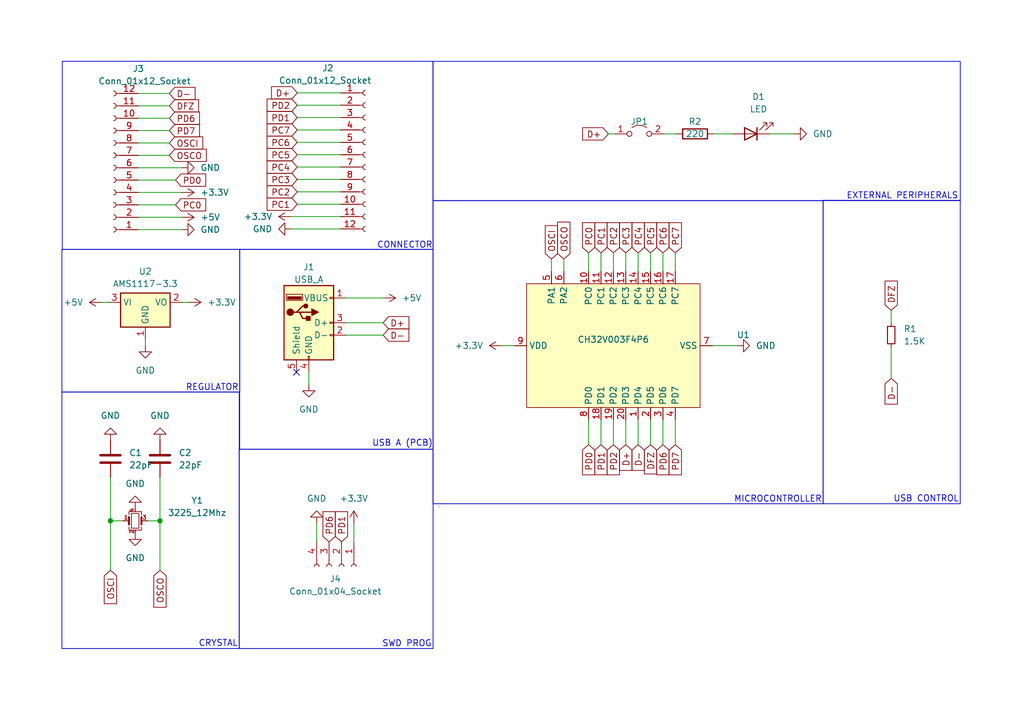
<source format=kicad_sch>
(kicad_sch (version 20230121) (generator eeschema)

  (uuid 6b7bac31-8eb7-4d99-ba96-d36e3644d44c)

  (paper "A5")

  (title_block
    (title "MICRO NICO ")
    (date "2024-05-15")
    (rev "1.0.1")
    (company "AtrivaTECH")
    (comment 1 "Model: CH32V003")
    (comment 2 "RV003 and SWD compaitble")
  )

  (lib_symbols
    (symbol "Connector:Conn_01x04_Socket" (pin_names (offset 1.016) hide) (in_bom yes) (on_board yes)
      (property "Reference" "J" (at 0 5.08 0)
        (effects (font (size 1.27 1.27)))
      )
      (property "Value" "Conn_01x04_Socket" (at 0 -7.62 0)
        (effects (font (size 1.27 1.27)))
      )
      (property "Footprint" "" (at 0 0 0)
        (effects (font (size 1.27 1.27)) hide)
      )
      (property "Datasheet" "~" (at 0 0 0)
        (effects (font (size 1.27 1.27)) hide)
      )
      (property "ki_locked" "" (at 0 0 0)
        (effects (font (size 1.27 1.27)))
      )
      (property "ki_keywords" "connector" (at 0 0 0)
        (effects (font (size 1.27 1.27)) hide)
      )
      (property "ki_description" "Generic connector, single row, 01x04, script generated" (at 0 0 0)
        (effects (font (size 1.27 1.27)) hide)
      )
      (property "ki_fp_filters" "Connector*:*_1x??_*" (at 0 0 0)
        (effects (font (size 1.27 1.27)) hide)
      )
      (symbol "Conn_01x04_Socket_1_1"
        (arc (start 0 -4.572) (mid -0.5058 -5.08) (end 0 -5.588)
          (stroke (width 0.1524) (type default))
          (fill (type none))
        )
        (arc (start 0 -2.032) (mid -0.5058 -2.54) (end 0 -3.048)
          (stroke (width 0.1524) (type default))
          (fill (type none))
        )
        (polyline
          (pts
            (xy -1.27 -5.08)
            (xy -0.508 -5.08)
          )
          (stroke (width 0.1524) (type default))
          (fill (type none))
        )
        (polyline
          (pts
            (xy -1.27 -2.54)
            (xy -0.508 -2.54)
          )
          (stroke (width 0.1524) (type default))
          (fill (type none))
        )
        (polyline
          (pts
            (xy -1.27 0)
            (xy -0.508 0)
          )
          (stroke (width 0.1524) (type default))
          (fill (type none))
        )
        (polyline
          (pts
            (xy -1.27 2.54)
            (xy -0.508 2.54)
          )
          (stroke (width 0.1524) (type default))
          (fill (type none))
        )
        (arc (start 0 0.508) (mid -0.5058 0) (end 0 -0.508)
          (stroke (width 0.1524) (type default))
          (fill (type none))
        )
        (arc (start 0 3.048) (mid -0.5058 2.54) (end 0 2.032)
          (stroke (width 0.1524) (type default))
          (fill (type none))
        )
        (pin passive line (at -5.08 2.54 0) (length 3.81)
          (name "Pin_1" (effects (font (size 1.27 1.27))))
          (number "1" (effects (font (size 1.27 1.27))))
        )
        (pin passive line (at -5.08 0 0) (length 3.81)
          (name "Pin_2" (effects (font (size 1.27 1.27))))
          (number "2" (effects (font (size 1.27 1.27))))
        )
        (pin passive line (at -5.08 -2.54 0) (length 3.81)
          (name "Pin_3" (effects (font (size 1.27 1.27))))
          (number "3" (effects (font (size 1.27 1.27))))
        )
        (pin passive line (at -5.08 -5.08 0) (length 3.81)
          (name "Pin_4" (effects (font (size 1.27 1.27))))
          (number "4" (effects (font (size 1.27 1.27))))
        )
      )
    )
    (symbol "Connector:Conn_01x12_Socket" (pin_names (offset 1.016) hide) (in_bom yes) (on_board yes)
      (property "Reference" "J" (at 0 15.24 0)
        (effects (font (size 1.27 1.27)))
      )
      (property "Value" "Conn_01x12_Socket" (at 0 -17.78 0)
        (effects (font (size 1.27 1.27)))
      )
      (property "Footprint" "" (at 0 0 0)
        (effects (font (size 1.27 1.27)) hide)
      )
      (property "Datasheet" "~" (at 0 0 0)
        (effects (font (size 1.27 1.27)) hide)
      )
      (property "ki_locked" "" (at 0 0 0)
        (effects (font (size 1.27 1.27)))
      )
      (property "ki_keywords" "connector" (at 0 0 0)
        (effects (font (size 1.27 1.27)) hide)
      )
      (property "ki_description" "Generic connector, single row, 01x12, script generated" (at 0 0 0)
        (effects (font (size 1.27 1.27)) hide)
      )
      (property "ki_fp_filters" "Connector*:*_1x??_*" (at 0 0 0)
        (effects (font (size 1.27 1.27)) hide)
      )
      (symbol "Conn_01x12_Socket_1_1"
        (arc (start 0 -14.732) (mid -0.5058 -15.24) (end 0 -15.748)
          (stroke (width 0.1524) (type default))
          (fill (type none))
        )
        (arc (start 0 -12.192) (mid -0.5058 -12.7) (end 0 -13.208)
          (stroke (width 0.1524) (type default))
          (fill (type none))
        )
        (arc (start 0 -9.652) (mid -0.5058 -10.16) (end 0 -10.668)
          (stroke (width 0.1524) (type default))
          (fill (type none))
        )
        (arc (start 0 -7.112) (mid -0.5058 -7.62) (end 0 -8.128)
          (stroke (width 0.1524) (type default))
          (fill (type none))
        )
        (arc (start 0 -4.572) (mid -0.5058 -5.08) (end 0 -5.588)
          (stroke (width 0.1524) (type default))
          (fill (type none))
        )
        (arc (start 0 -2.032) (mid -0.5058 -2.54) (end 0 -3.048)
          (stroke (width 0.1524) (type default))
          (fill (type none))
        )
        (polyline
          (pts
            (xy -1.27 -15.24)
            (xy -0.508 -15.24)
          )
          (stroke (width 0.1524) (type default))
          (fill (type none))
        )
        (polyline
          (pts
            (xy -1.27 -12.7)
            (xy -0.508 -12.7)
          )
          (stroke (width 0.1524) (type default))
          (fill (type none))
        )
        (polyline
          (pts
            (xy -1.27 -10.16)
            (xy -0.508 -10.16)
          )
          (stroke (width 0.1524) (type default))
          (fill (type none))
        )
        (polyline
          (pts
            (xy -1.27 -7.62)
            (xy -0.508 -7.62)
          )
          (stroke (width 0.1524) (type default))
          (fill (type none))
        )
        (polyline
          (pts
            (xy -1.27 -5.08)
            (xy -0.508 -5.08)
          )
          (stroke (width 0.1524) (type default))
          (fill (type none))
        )
        (polyline
          (pts
            (xy -1.27 -2.54)
            (xy -0.508 -2.54)
          )
          (stroke (width 0.1524) (type default))
          (fill (type none))
        )
        (polyline
          (pts
            (xy -1.27 0)
            (xy -0.508 0)
          )
          (stroke (width 0.1524) (type default))
          (fill (type none))
        )
        (polyline
          (pts
            (xy -1.27 2.54)
            (xy -0.508 2.54)
          )
          (stroke (width 0.1524) (type default))
          (fill (type none))
        )
        (polyline
          (pts
            (xy -1.27 5.08)
            (xy -0.508 5.08)
          )
          (stroke (width 0.1524) (type default))
          (fill (type none))
        )
        (polyline
          (pts
            (xy -1.27 7.62)
            (xy -0.508 7.62)
          )
          (stroke (width 0.1524) (type default))
          (fill (type none))
        )
        (polyline
          (pts
            (xy -1.27 10.16)
            (xy -0.508 10.16)
          )
          (stroke (width 0.1524) (type default))
          (fill (type none))
        )
        (polyline
          (pts
            (xy -1.27 12.7)
            (xy -0.508 12.7)
          )
          (stroke (width 0.1524) (type default))
          (fill (type none))
        )
        (arc (start 0 0.508) (mid -0.5058 0) (end 0 -0.508)
          (stroke (width 0.1524) (type default))
          (fill (type none))
        )
        (arc (start 0 3.048) (mid -0.5058 2.54) (end 0 2.032)
          (stroke (width 0.1524) (type default))
          (fill (type none))
        )
        (arc (start 0 5.588) (mid -0.5058 5.08) (end 0 4.572)
          (stroke (width 0.1524) (type default))
          (fill (type none))
        )
        (arc (start 0 8.128) (mid -0.5058 7.62) (end 0 7.112)
          (stroke (width 0.1524) (type default))
          (fill (type none))
        )
        (arc (start 0 10.668) (mid -0.5058 10.16) (end 0 9.652)
          (stroke (width 0.1524) (type default))
          (fill (type none))
        )
        (arc (start 0 13.208) (mid -0.5058 12.7) (end 0 12.192)
          (stroke (width 0.1524) (type default))
          (fill (type none))
        )
        (pin passive line (at -5.08 12.7 0) (length 3.81)
          (name "Pin_1" (effects (font (size 1.27 1.27))))
          (number "1" (effects (font (size 1.27 1.27))))
        )
        (pin passive line (at -5.08 -10.16 0) (length 3.81)
          (name "Pin_10" (effects (font (size 1.27 1.27))))
          (number "10" (effects (font (size 1.27 1.27))))
        )
        (pin passive line (at -5.08 -12.7 0) (length 3.81)
          (name "Pin_11" (effects (font (size 1.27 1.27))))
          (number "11" (effects (font (size 1.27 1.27))))
        )
        (pin passive line (at -5.08 -15.24 0) (length 3.81)
          (name "Pin_12" (effects (font (size 1.27 1.27))))
          (number "12" (effects (font (size 1.27 1.27))))
        )
        (pin passive line (at -5.08 10.16 0) (length 3.81)
          (name "Pin_2" (effects (font (size 1.27 1.27))))
          (number "2" (effects (font (size 1.27 1.27))))
        )
        (pin passive line (at -5.08 7.62 0) (length 3.81)
          (name "Pin_3" (effects (font (size 1.27 1.27))))
          (number "3" (effects (font (size 1.27 1.27))))
        )
        (pin passive line (at -5.08 5.08 0) (length 3.81)
          (name "Pin_4" (effects (font (size 1.27 1.27))))
          (number "4" (effects (font (size 1.27 1.27))))
        )
        (pin passive line (at -5.08 2.54 0) (length 3.81)
          (name "Pin_5" (effects (font (size 1.27 1.27))))
          (number "5" (effects (font (size 1.27 1.27))))
        )
        (pin passive line (at -5.08 0 0) (length 3.81)
          (name "Pin_6" (effects (font (size 1.27 1.27))))
          (number "6" (effects (font (size 1.27 1.27))))
        )
        (pin passive line (at -5.08 -2.54 0) (length 3.81)
          (name "Pin_7" (effects (font (size 1.27 1.27))))
          (number "7" (effects (font (size 1.27 1.27))))
        )
        (pin passive line (at -5.08 -5.08 0) (length 3.81)
          (name "Pin_8" (effects (font (size 1.27 1.27))))
          (number "8" (effects (font (size 1.27 1.27))))
        )
        (pin passive line (at -5.08 -7.62 0) (length 3.81)
          (name "Pin_9" (effects (font (size 1.27 1.27))))
          (number "9" (effects (font (size 1.27 1.27))))
        )
      )
    )
    (symbol "Connector:USB_A" (pin_names (offset 1.016)) (in_bom yes) (on_board yes)
      (property "Reference" "J" (at -5.08 11.43 0)
        (effects (font (size 1.27 1.27)) (justify left))
      )
      (property "Value" "USB_A" (at -5.08 8.89 0)
        (effects (font (size 1.27 1.27)) (justify left))
      )
      (property "Footprint" "" (at 3.81 -1.27 0)
        (effects (font (size 1.27 1.27)) hide)
      )
      (property "Datasheet" " ~" (at 3.81 -1.27 0)
        (effects (font (size 1.27 1.27)) hide)
      )
      (property "ki_keywords" "connector USB" (at 0 0 0)
        (effects (font (size 1.27 1.27)) hide)
      )
      (property "ki_description" "USB Type A connector" (at 0 0 0)
        (effects (font (size 1.27 1.27)) hide)
      )
      (property "ki_fp_filters" "USB*" (at 0 0 0)
        (effects (font (size 1.27 1.27)) hide)
      )
      (symbol "USB_A_0_1"
        (rectangle (start -5.08 -7.62) (end 5.08 7.62)
          (stroke (width 0.254) (type default))
          (fill (type background))
        )
        (circle (center -3.81 2.159) (radius 0.635)
          (stroke (width 0.254) (type default))
          (fill (type outline))
        )
        (rectangle (start -1.524 4.826) (end -4.318 5.334)
          (stroke (width 0) (type default))
          (fill (type outline))
        )
        (rectangle (start -1.27 4.572) (end -4.572 5.842)
          (stroke (width 0) (type default))
          (fill (type none))
        )
        (circle (center -0.635 3.429) (radius 0.381)
          (stroke (width 0.254) (type default))
          (fill (type outline))
        )
        (rectangle (start -0.127 -7.62) (end 0.127 -6.858)
          (stroke (width 0) (type default))
          (fill (type none))
        )
        (polyline
          (pts
            (xy -3.175 2.159)
            (xy -2.54 2.159)
            (xy -1.27 3.429)
            (xy -0.635 3.429)
          )
          (stroke (width 0.254) (type default))
          (fill (type none))
        )
        (polyline
          (pts
            (xy -2.54 2.159)
            (xy -1.905 2.159)
            (xy -1.27 0.889)
            (xy 0 0.889)
          )
          (stroke (width 0.254) (type default))
          (fill (type none))
        )
        (polyline
          (pts
            (xy 0.635 2.794)
            (xy 0.635 1.524)
            (xy 1.905 2.159)
            (xy 0.635 2.794)
          )
          (stroke (width 0.254) (type default))
          (fill (type outline))
        )
        (rectangle (start 0.254 1.27) (end -0.508 0.508)
          (stroke (width 0.254) (type default))
          (fill (type outline))
        )
        (rectangle (start 5.08 -2.667) (end 4.318 -2.413)
          (stroke (width 0) (type default))
          (fill (type none))
        )
        (rectangle (start 5.08 -0.127) (end 4.318 0.127)
          (stroke (width 0) (type default))
          (fill (type none))
        )
        (rectangle (start 5.08 4.953) (end 4.318 5.207)
          (stroke (width 0) (type default))
          (fill (type none))
        )
      )
      (symbol "USB_A_1_1"
        (polyline
          (pts
            (xy -1.905 2.159)
            (xy 0.635 2.159)
          )
          (stroke (width 0.254) (type default))
          (fill (type none))
        )
        (pin power_in line (at 7.62 5.08 180) (length 2.54)
          (name "VBUS" (effects (font (size 1.27 1.27))))
          (number "1" (effects (font (size 1.27 1.27))))
        )
        (pin bidirectional line (at 7.62 -2.54 180) (length 2.54)
          (name "D-" (effects (font (size 1.27 1.27))))
          (number "2" (effects (font (size 1.27 1.27))))
        )
        (pin bidirectional line (at 7.62 0 180) (length 2.54)
          (name "D+" (effects (font (size 1.27 1.27))))
          (number "3" (effects (font (size 1.27 1.27))))
        )
        (pin power_in line (at 0 -10.16 90) (length 2.54)
          (name "GND" (effects (font (size 1.27 1.27))))
          (number "4" (effects (font (size 1.27 1.27))))
        )
        (pin passive line (at -2.54 -10.16 90) (length 2.54)
          (name "Shield" (effects (font (size 1.27 1.27))))
          (number "5" (effects (font (size 1.27 1.27))))
        )
      )
    )
    (symbol "Device:C" (pin_numbers hide) (pin_names (offset 0.254)) (in_bom yes) (on_board yes)
      (property "Reference" "C" (at 0.635 2.54 0)
        (effects (font (size 1.27 1.27)) (justify left))
      )
      (property "Value" "C" (at 0.635 -2.54 0)
        (effects (font (size 1.27 1.27)) (justify left))
      )
      (property "Footprint" "" (at 0.9652 -3.81 0)
        (effects (font (size 1.27 1.27)) hide)
      )
      (property "Datasheet" "~" (at 0 0 0)
        (effects (font (size 1.27 1.27)) hide)
      )
      (property "ki_keywords" "cap capacitor" (at 0 0 0)
        (effects (font (size 1.27 1.27)) hide)
      )
      (property "ki_description" "Unpolarized capacitor" (at 0 0 0)
        (effects (font (size 1.27 1.27)) hide)
      )
      (property "ki_fp_filters" "C_*" (at 0 0 0)
        (effects (font (size 1.27 1.27)) hide)
      )
      (symbol "C_0_1"
        (polyline
          (pts
            (xy -2.032 -0.762)
            (xy 2.032 -0.762)
          )
          (stroke (width 0.508) (type default))
          (fill (type none))
        )
        (polyline
          (pts
            (xy -2.032 0.762)
            (xy 2.032 0.762)
          )
          (stroke (width 0.508) (type default))
          (fill (type none))
        )
      )
      (symbol "C_1_1"
        (pin passive line (at 0 3.81 270) (length 2.794)
          (name "~" (effects (font (size 1.27 1.27))))
          (number "1" (effects (font (size 1.27 1.27))))
        )
        (pin passive line (at 0 -3.81 90) (length 2.794)
          (name "~" (effects (font (size 1.27 1.27))))
          (number "2" (effects (font (size 1.27 1.27))))
        )
      )
    )
    (symbol "Device:Crystal_GND24_Small" (pin_names (offset 1.016) hide) (in_bom yes) (on_board yes)
      (property "Reference" "Y" (at 1.27 4.445 0)
        (effects (font (size 1.27 1.27)) (justify left))
      )
      (property "Value" "Crystal_GND24_Small" (at 1.27 2.54 0)
        (effects (font (size 1.27 1.27)) (justify left))
      )
      (property "Footprint" "" (at 0 0 0)
        (effects (font (size 1.27 1.27)) hide)
      )
      (property "Datasheet" "~" (at 0 0 0)
        (effects (font (size 1.27 1.27)) hide)
      )
      (property "ki_keywords" "quartz ceramic resonator oscillator" (at 0 0 0)
        (effects (font (size 1.27 1.27)) hide)
      )
      (property "ki_description" "Four pin crystal, GND on pins 2 and 4, small symbol" (at 0 0 0)
        (effects (font (size 1.27 1.27)) hide)
      )
      (property "ki_fp_filters" "Crystal*" (at 0 0 0)
        (effects (font (size 1.27 1.27)) hide)
      )
      (symbol "Crystal_GND24_Small_0_1"
        (rectangle (start -0.762 -1.524) (end 0.762 1.524)
          (stroke (width 0) (type default))
          (fill (type none))
        )
        (polyline
          (pts
            (xy -1.27 -0.762)
            (xy -1.27 0.762)
          )
          (stroke (width 0.381) (type default))
          (fill (type none))
        )
        (polyline
          (pts
            (xy 1.27 -0.762)
            (xy 1.27 0.762)
          )
          (stroke (width 0.381) (type default))
          (fill (type none))
        )
        (polyline
          (pts
            (xy -1.27 -1.27)
            (xy -1.27 -1.905)
            (xy 1.27 -1.905)
            (xy 1.27 -1.27)
          )
          (stroke (width 0) (type default))
          (fill (type none))
        )
        (polyline
          (pts
            (xy -1.27 1.27)
            (xy -1.27 1.905)
            (xy 1.27 1.905)
            (xy 1.27 1.27)
          )
          (stroke (width 0) (type default))
          (fill (type none))
        )
      )
      (symbol "Crystal_GND24_Small_1_1"
        (pin passive line (at -2.54 0 0) (length 1.27)
          (name "1" (effects (font (size 1.27 1.27))))
          (number "1" (effects (font (size 0.762 0.762))))
        )
        (pin passive line (at 0 -2.54 90) (length 0.635)
          (name "2" (effects (font (size 1.27 1.27))))
          (number "2" (effects (font (size 0.762 0.762))))
        )
        (pin passive line (at 2.54 0 180) (length 1.27)
          (name "3" (effects (font (size 1.27 1.27))))
          (number "3" (effects (font (size 0.762 0.762))))
        )
        (pin passive line (at 0 2.54 270) (length 0.635)
          (name "4" (effects (font (size 1.27 1.27))))
          (number "4" (effects (font (size 0.762 0.762))))
        )
      )
    )
    (symbol "Device:LED" (pin_numbers hide) (pin_names (offset 1.016) hide) (in_bom yes) (on_board yes)
      (property "Reference" "D" (at 0 2.54 0)
        (effects (font (size 1.27 1.27)))
      )
      (property "Value" "LED" (at 0 -2.54 0)
        (effects (font (size 1.27 1.27)))
      )
      (property "Footprint" "" (at 0 0 0)
        (effects (font (size 1.27 1.27)) hide)
      )
      (property "Datasheet" "~" (at 0 0 0)
        (effects (font (size 1.27 1.27)) hide)
      )
      (property "ki_keywords" "LED diode" (at 0 0 0)
        (effects (font (size 1.27 1.27)) hide)
      )
      (property "ki_description" "Light emitting diode" (at 0 0 0)
        (effects (font (size 1.27 1.27)) hide)
      )
      (property "ki_fp_filters" "LED* LED_SMD:* LED_THT:*" (at 0 0 0)
        (effects (font (size 1.27 1.27)) hide)
      )
      (symbol "LED_0_1"
        (polyline
          (pts
            (xy -1.27 -1.27)
            (xy -1.27 1.27)
          )
          (stroke (width 0.254) (type default))
          (fill (type none))
        )
        (polyline
          (pts
            (xy -1.27 0)
            (xy 1.27 0)
          )
          (stroke (width 0) (type default))
          (fill (type none))
        )
        (polyline
          (pts
            (xy 1.27 -1.27)
            (xy 1.27 1.27)
            (xy -1.27 0)
            (xy 1.27 -1.27)
          )
          (stroke (width 0.254) (type default))
          (fill (type none))
        )
        (polyline
          (pts
            (xy -3.048 -0.762)
            (xy -4.572 -2.286)
            (xy -3.81 -2.286)
            (xy -4.572 -2.286)
            (xy -4.572 -1.524)
          )
          (stroke (width 0) (type default))
          (fill (type none))
        )
        (polyline
          (pts
            (xy -1.778 -0.762)
            (xy -3.302 -2.286)
            (xy -2.54 -2.286)
            (xy -3.302 -2.286)
            (xy -3.302 -1.524)
          )
          (stroke (width 0) (type default))
          (fill (type none))
        )
      )
      (symbol "LED_1_1"
        (pin passive line (at -3.81 0 0) (length 2.54)
          (name "K" (effects (font (size 1.27 1.27))))
          (number "1" (effects (font (size 1.27 1.27))))
        )
        (pin passive line (at 3.81 0 180) (length 2.54)
          (name "A" (effects (font (size 1.27 1.27))))
          (number "2" (effects (font (size 1.27 1.27))))
        )
      )
    )
    (symbol "Device:R" (pin_numbers hide) (pin_names (offset 0)) (in_bom yes) (on_board yes)
      (property "Reference" "R" (at 2.032 0 90)
        (effects (font (size 1.27 1.27)))
      )
      (property "Value" "R" (at 0 0 90)
        (effects (font (size 1.27 1.27)))
      )
      (property "Footprint" "" (at -1.778 0 90)
        (effects (font (size 1.27 1.27)) hide)
      )
      (property "Datasheet" "~" (at 0 0 0)
        (effects (font (size 1.27 1.27)) hide)
      )
      (property "ki_keywords" "R res resistor" (at 0 0 0)
        (effects (font (size 1.27 1.27)) hide)
      )
      (property "ki_description" "Resistor" (at 0 0 0)
        (effects (font (size 1.27 1.27)) hide)
      )
      (property "ki_fp_filters" "R_*" (at 0 0 0)
        (effects (font (size 1.27 1.27)) hide)
      )
      (symbol "R_0_1"
        (rectangle (start -1.016 -2.54) (end 1.016 2.54)
          (stroke (width 0.254) (type default))
          (fill (type none))
        )
      )
      (symbol "R_1_1"
        (pin passive line (at 0 3.81 270) (length 1.27)
          (name "~" (effects (font (size 1.27 1.27))))
          (number "1" (effects (font (size 1.27 1.27))))
        )
        (pin passive line (at 0 -3.81 90) (length 1.27)
          (name "~" (effects (font (size 1.27 1.27))))
          (number "2" (effects (font (size 1.27 1.27))))
        )
      )
    )
    (symbol "Device:R_Small" (pin_numbers hide) (pin_names (offset 0.254) hide) (in_bom yes) (on_board yes)
      (property "Reference" "R" (at 0.762 0.508 0)
        (effects (font (size 1.27 1.27)) (justify left))
      )
      (property "Value" "R_Small" (at 0.762 -1.016 0)
        (effects (font (size 1.27 1.27)) (justify left))
      )
      (property "Footprint" "" (at 0 0 0)
        (effects (font (size 1.27 1.27)) hide)
      )
      (property "Datasheet" "~" (at 0 0 0)
        (effects (font (size 1.27 1.27)) hide)
      )
      (property "ki_keywords" "R resistor" (at 0 0 0)
        (effects (font (size 1.27 1.27)) hide)
      )
      (property "ki_description" "Resistor, small symbol" (at 0 0 0)
        (effects (font (size 1.27 1.27)) hide)
      )
      (property "ki_fp_filters" "R_*" (at 0 0 0)
        (effects (font (size 1.27 1.27)) hide)
      )
      (symbol "R_Small_0_1"
        (rectangle (start -0.762 1.778) (end 0.762 -1.778)
          (stroke (width 0.2032) (type default))
          (fill (type none))
        )
      )
      (symbol "R_Small_1_1"
        (pin passive line (at 0 2.54 270) (length 0.762)
          (name "~" (effects (font (size 1.27 1.27))))
          (number "1" (effects (font (size 1.27 1.27))))
        )
        (pin passive line (at 0 -2.54 90) (length 0.762)
          (name "~" (effects (font (size 1.27 1.27))))
          (number "2" (effects (font (size 1.27 1.27))))
        )
      )
    )
    (symbol "Jumper:Jumper_2_Open" (pin_names (offset 0) hide) (in_bom yes) (on_board yes)
      (property "Reference" "JP" (at 0 2.794 0)
        (effects (font (size 1.27 1.27)))
      )
      (property "Value" "Jumper_2_Open" (at 0 -2.286 0)
        (effects (font (size 1.27 1.27)))
      )
      (property "Footprint" "" (at 0 0 0)
        (effects (font (size 1.27 1.27)) hide)
      )
      (property "Datasheet" "~" (at 0 0 0)
        (effects (font (size 1.27 1.27)) hide)
      )
      (property "ki_keywords" "Jumper SPST" (at 0 0 0)
        (effects (font (size 1.27 1.27)) hide)
      )
      (property "ki_description" "Jumper, 2-pole, open" (at 0 0 0)
        (effects (font (size 1.27 1.27)) hide)
      )
      (property "ki_fp_filters" "Jumper* TestPoint*2Pads* TestPoint*Bridge*" (at 0 0 0)
        (effects (font (size 1.27 1.27)) hide)
      )
      (symbol "Jumper_2_Open_0_0"
        (circle (center -2.032 0) (radius 0.508)
          (stroke (width 0) (type default))
          (fill (type none))
        )
        (circle (center 2.032 0) (radius 0.508)
          (stroke (width 0) (type default))
          (fill (type none))
        )
      )
      (symbol "Jumper_2_Open_0_1"
        (arc (start 1.524 1.27) (mid 0 1.778) (end -1.524 1.27)
          (stroke (width 0) (type default))
          (fill (type none))
        )
      )
      (symbol "Jumper_2_Open_1_1"
        (pin passive line (at -5.08 0 0) (length 2.54)
          (name "A" (effects (font (size 1.27 1.27))))
          (number "1" (effects (font (size 1.27 1.27))))
        )
        (pin passive line (at 5.08 0 180) (length 2.54)
          (name "B" (effects (font (size 1.27 1.27))))
          (number "2" (effects (font (size 1.27 1.27))))
        )
      )
    )
    (symbol "Regulator_Linear:AMS1117-3.3" (in_bom yes) (on_board yes)
      (property "Reference" "U" (at -3.81 3.175 0)
        (effects (font (size 1.27 1.27)))
      )
      (property "Value" "AMS1117-3.3" (at 0 3.175 0)
        (effects (font (size 1.27 1.27)) (justify left))
      )
      (property "Footprint" "Package_TO_SOT_SMD:SOT-223-3_TabPin2" (at 0 5.08 0)
        (effects (font (size 1.27 1.27)) hide)
      )
      (property "Datasheet" "http://www.advanced-monolithic.com/pdf/ds1117.pdf" (at 2.54 -6.35 0)
        (effects (font (size 1.27 1.27)) hide)
      )
      (property "ki_keywords" "linear regulator ldo fixed positive" (at 0 0 0)
        (effects (font (size 1.27 1.27)) hide)
      )
      (property "ki_description" "1A Low Dropout regulator, positive, 3.3V fixed output, SOT-223" (at 0 0 0)
        (effects (font (size 1.27 1.27)) hide)
      )
      (property "ki_fp_filters" "SOT?223*TabPin2*" (at 0 0 0)
        (effects (font (size 1.27 1.27)) hide)
      )
      (symbol "AMS1117-3.3_0_1"
        (rectangle (start -5.08 -5.08) (end 5.08 1.905)
          (stroke (width 0.254) (type default))
          (fill (type background))
        )
      )
      (symbol "AMS1117-3.3_1_1"
        (pin power_in line (at 0 -7.62 90) (length 2.54)
          (name "GND" (effects (font (size 1.27 1.27))))
          (number "1" (effects (font (size 1.27 1.27))))
        )
        (pin power_out line (at 7.62 0 180) (length 2.54)
          (name "VO" (effects (font (size 1.27 1.27))))
          (number "2" (effects (font (size 1.27 1.27))))
        )
        (pin power_in line (at -7.62 0 0) (length 2.54)
          (name "VI" (effects (font (size 1.27 1.27))))
          (number "3" (effects (font (size 1.27 1.27))))
        )
      )
    )
    (symbol "power:+3.3V" (power) (pin_names (offset 0)) (in_bom yes) (on_board yes)
      (property "Reference" "#PWR" (at 0 -3.81 0)
        (effects (font (size 1.27 1.27)) hide)
      )
      (property "Value" "+3.3V" (at 0 3.556 0)
        (effects (font (size 1.27 1.27)))
      )
      (property "Footprint" "" (at 0 0 0)
        (effects (font (size 1.27 1.27)) hide)
      )
      (property "Datasheet" "" (at 0 0 0)
        (effects (font (size 1.27 1.27)) hide)
      )
      (property "ki_keywords" "global power" (at 0 0 0)
        (effects (font (size 1.27 1.27)) hide)
      )
      (property "ki_description" "Power symbol creates a global label with name \"+3.3V\"" (at 0 0 0)
        (effects (font (size 1.27 1.27)) hide)
      )
      (symbol "+3.3V_0_1"
        (polyline
          (pts
            (xy -0.762 1.27)
            (xy 0 2.54)
          )
          (stroke (width 0) (type default))
          (fill (type none))
        )
        (polyline
          (pts
            (xy 0 0)
            (xy 0 2.54)
          )
          (stroke (width 0) (type default))
          (fill (type none))
        )
        (polyline
          (pts
            (xy 0 2.54)
            (xy 0.762 1.27)
          )
          (stroke (width 0) (type default))
          (fill (type none))
        )
      )
      (symbol "+3.3V_1_1"
        (pin power_in line (at 0 0 90) (length 0) hide
          (name "+3.3V" (effects (font (size 1.27 1.27))))
          (number "1" (effects (font (size 1.27 1.27))))
        )
      )
    )
    (symbol "power:+5V" (power) (pin_names (offset 0)) (in_bom yes) (on_board yes)
      (property "Reference" "#PWR" (at 0 -3.81 0)
        (effects (font (size 1.27 1.27)) hide)
      )
      (property "Value" "+5V" (at 0 3.556 0)
        (effects (font (size 1.27 1.27)))
      )
      (property "Footprint" "" (at 0 0 0)
        (effects (font (size 1.27 1.27)) hide)
      )
      (property "Datasheet" "" (at 0 0 0)
        (effects (font (size 1.27 1.27)) hide)
      )
      (property "ki_keywords" "global power" (at 0 0 0)
        (effects (font (size 1.27 1.27)) hide)
      )
      (property "ki_description" "Power symbol creates a global label with name \"+5V\"" (at 0 0 0)
        (effects (font (size 1.27 1.27)) hide)
      )
      (symbol "+5V_0_1"
        (polyline
          (pts
            (xy -0.762 1.27)
            (xy 0 2.54)
          )
          (stroke (width 0) (type default))
          (fill (type none))
        )
        (polyline
          (pts
            (xy 0 0)
            (xy 0 2.54)
          )
          (stroke (width 0) (type default))
          (fill (type none))
        )
        (polyline
          (pts
            (xy 0 2.54)
            (xy 0.762 1.27)
          )
          (stroke (width 0) (type default))
          (fill (type none))
        )
      )
      (symbol "+5V_1_1"
        (pin power_in line (at 0 0 90) (length 0) hide
          (name "+5V" (effects (font (size 1.27 1.27))))
          (number "1" (effects (font (size 1.27 1.27))))
        )
      )
    )
    (symbol "power:GND" (power) (pin_names (offset 0)) (in_bom yes) (on_board yes)
      (property "Reference" "#PWR" (at 0 -6.35 0)
        (effects (font (size 1.27 1.27)) hide)
      )
      (property "Value" "GND" (at 0 -3.81 0)
        (effects (font (size 1.27 1.27)))
      )
      (property "Footprint" "" (at 0 0 0)
        (effects (font (size 1.27 1.27)) hide)
      )
      (property "Datasheet" "" (at 0 0 0)
        (effects (font (size 1.27 1.27)) hide)
      )
      (property "ki_keywords" "global power" (at 0 0 0)
        (effects (font (size 1.27 1.27)) hide)
      )
      (property "ki_description" "Power symbol creates a global label with name \"GND\" , ground" (at 0 0 0)
        (effects (font (size 1.27 1.27)) hide)
      )
      (symbol "GND_0_1"
        (polyline
          (pts
            (xy 0 0)
            (xy 0 -1.27)
            (xy 1.27 -1.27)
            (xy 0 -2.54)
            (xy -1.27 -1.27)
            (xy 0 -1.27)
          )
          (stroke (width 0) (type default))
          (fill (type none))
        )
      )
      (symbol "GND_1_1"
        (pin power_in line (at 0 0 270) (length 0) hide
          (name "GND" (effects (font (size 1.27 1.27))))
          (number "1" (effects (font (size 1.27 1.27))))
        )
      )
    )
    (symbol "wch-mcu:CH32V003F4P6" (in_bom yes) (on_board yes)
      (property "Reference" "U" (at -12.7 19.05 0)
        (effects (font (size 1.27 1.27)) (justify left))
      )
      (property "Value" "CH32V003F4P6" (at 1.27 19.05 0)
        (effects (font (size 1.27 1.27)) (justify left))
      )
      (property "Footprint" "Package_SO:TSSOP-20_4.4x6.5mm_P0.65mm" (at 0 35.56 0)
        (effects (font (size 1.27 1.27)) hide)
      )
      (property "Datasheet" "https://datasheet.lcsc.com/lcsc/2302231730_WCH-Jiangsu-Qin-Heng-CH32V003F4U6_C5299908.pdf" (at 0 33.02 0)
        (effects (font (size 1.27 1.27)) hide)
      )
      (symbol "CH32V003F4P6_0_1"
        (rectangle (start -12.7 17.78) (end 12.7 -17.78)
          (stroke (width 0.1524) (type default))
          (fill (type background))
        )
      )
      (symbol "CH32V003F4P6_1_0"
        (pin bidirectional line (at 15.24 -10.16 180) (length 2.54)
          (name "PC6" (effects (font (size 1.27 1.27))))
          (number "16" (effects (font (size 1.27 1.27))))
        )
        (pin bidirectional line (at 15.24 -12.7 180) (length 2.54)
          (name "PC7" (effects (font (size 1.27 1.27))))
          (number "17" (effects (font (size 1.27 1.27))))
        )
        (pin bidirectional line (at -15.24 2.54 0) (length 2.54)
          (name "PD1" (effects (font (size 1.27 1.27))))
          (number "18" (effects (font (size 1.27 1.27))))
        )
        (pin bidirectional line (at -15.24 0 0) (length 2.54)
          (name "PD2" (effects (font (size 1.27 1.27))))
          (number "19" (effects (font (size 1.27 1.27))))
        )
        (pin bidirectional line (at -15.24 -2.54 0) (length 2.54)
          (name "PD3" (effects (font (size 1.27 1.27))))
          (number "20" (effects (font (size 1.27 1.27))))
        )
      )
      (symbol "CH32V003F4P6_1_1"
        (pin bidirectional line (at -15.24 -5.08 0) (length 2.54)
          (name "PD4" (effects (font (size 1.27 1.27))))
          (number "1" (effects (font (size 1.27 1.27))))
          (alternate "AIN6" input line)
          (alternate "MISO" input line)
          (alternate "RXD1" input line)
          (alternate "VBUS" input line)
        )
        (pin bidirectional line (at 15.24 5.08 180) (length 2.54)
          (name "PC0" (effects (font (size 1.27 1.27))))
          (number "10" (effects (font (size 1.27 1.27))))
          (alternate "AIN6" input line)
          (alternate "MISO" input line)
          (alternate "RXD1" input line)
          (alternate "VBUS" input line)
        )
        (pin bidirectional line (at 15.24 2.54 180) (length 2.54)
          (name "PC1" (effects (font (size 1.27 1.27))))
          (number "11" (effects (font (size 1.27 1.27))))
          (alternate "AIN6" input line)
          (alternate "MISO" input line)
          (alternate "RXD1" input line)
          (alternate "VBUS" input line)
        )
        (pin bidirectional line (at 15.24 0 180) (length 2.54)
          (name "PC2" (effects (font (size 1.27 1.27))))
          (number "12" (effects (font (size 1.27 1.27))))
          (alternate "AIN6" input line)
          (alternate "MISO" input line)
          (alternate "RXD1" input line)
          (alternate "VBUS" input line)
        )
        (pin bidirectional line (at 15.24 -2.54 180) (length 2.54)
          (name "PC3" (effects (font (size 1.27 1.27))))
          (number "13" (effects (font (size 1.27 1.27))))
          (alternate "AIN6" input line)
          (alternate "MISO" input line)
          (alternate "RXD1" input line)
          (alternate "VBUS" input line)
        )
        (pin bidirectional line (at 15.24 -5.08 180) (length 2.54)
          (name "PC4" (effects (font (size 1.27 1.27))))
          (number "14" (effects (font (size 1.27 1.27))))
        )
        (pin bidirectional line (at 15.24 -7.62 180) (length 2.54)
          (name "PC5" (effects (font (size 1.27 1.27))))
          (number "15" (effects (font (size 1.27 1.27))))
        )
        (pin bidirectional line (at -15.24 -7.62 0) (length 2.54)
          (name "PD5" (effects (font (size 1.27 1.27))))
          (number "2" (effects (font (size 1.27 1.27))))
          (alternate "AIN6" input line)
          (alternate "MISO" input line)
          (alternate "RXD1" input line)
          (alternate "VBUS" input line)
        )
        (pin bidirectional line (at -15.24 -10.16 0) (length 2.54)
          (name "PD6" (effects (font (size 1.27 1.27))))
          (number "3" (effects (font (size 1.27 1.27))))
          (alternate "AIN6" input line)
          (alternate "MISO" input line)
          (alternate "RXD1" input line)
          (alternate "VBUS" input line)
        )
        (pin bidirectional line (at -15.24 -12.7 0) (length 2.54)
          (name "PD7" (effects (font (size 1.27 1.27))))
          (number "4" (effects (font (size 1.27 1.27))))
          (alternate "AIN6" input line)
          (alternate "MISO" input line)
          (alternate "RXD1" input line)
          (alternate "VBUS" input line)
        )
        (pin bidirectional line (at 15.24 12.7 180) (length 2.54)
          (name "PA1" (effects (font (size 1.27 1.27))))
          (number "5" (effects (font (size 1.27 1.27))))
          (alternate "AIN6" input line)
          (alternate "MISO" input line)
          (alternate "RXD1" input line)
          (alternate "VBUS" input line)
        )
        (pin bidirectional line (at 15.24 10.16 180) (length 2.54)
          (name "PA2" (effects (font (size 1.27 1.27))))
          (number "6" (effects (font (size 1.27 1.27))))
          (alternate "AIN6" input line)
          (alternate "MISO" input line)
          (alternate "RXD1" input line)
          (alternate "VBUS" input line)
        )
        (pin power_in line (at 0 -20.32 90) (length 2.54)
          (name "VSS" (effects (font (size 1.27 1.27))))
          (number "7" (effects (font (size 1.27 1.27))))
          (alternate "AIN6" input line)
          (alternate "MISO" input line)
          (alternate "RXD1" input line)
          (alternate "VBUS" input line)
        )
        (pin bidirectional line (at -15.24 5.08 0) (length 2.54)
          (name "PD0" (effects (font (size 1.27 1.27))))
          (number "8" (effects (font (size 1.27 1.27))))
          (alternate "AIN6" input line)
          (alternate "MISO" input line)
          (alternate "RXD1" input line)
          (alternate "VBUS" input line)
        )
        (pin power_in line (at 0 20.32 270) (length 2.54)
          (name "VDD" (effects (font (size 1.27 1.27))))
          (number "9" (effects (font (size 1.27 1.27))))
          (alternate "AIN6" input line)
          (alternate "MISO" input line)
          (alternate "RXD1" input line)
          (alternate "VBUS" input line)
        )
      )
    )
  )

  (junction (at 32.8086 106.8865) (diameter 0) (color 0 0 0 0)
    (uuid 1a9cd675-0e3e-429f-a5d3-5dcc5c971bb2)
  )
  (junction (at 22.6486 106.8865) (diameter 0) (color 0 0 0 0)
    (uuid 92d1c0a4-5424-4a16-b55d-a68a36a78c30)
  )

  (no_connect (at 60.7965 76.3947) (uuid b1250d40-1213-4a57-83cd-82a1ebbe7775))

  (wire (pts (xy 136.1944 27.4747) (xy 138.7344 27.4747))
    (stroke (width 0) (type default))
    (uuid 05e709a2-2ea6-4356-882d-c9a05896d101)
  )
  (wire (pts (xy 113.0905 53.16) (xy 113.0905 55.7))
    (stroke (width 0) (type default))
    (uuid 08b5836f-0b77-4e94-8042-a638769b13be)
  )
  (wire (pts (xy 60.96 41.91) (xy 69.85 41.91))
    (stroke (width 0) (type default))
    (uuid 09bef582-1aac-4c9c-b12c-0979325af029)
  )
  (wire (pts (xy 133.4105 51.89) (xy 133.4105 55.7))
    (stroke (width 0) (type default))
    (uuid 1031c263-cbf3-48f6-9df7-997ab479ac54)
  )
  (wire (pts (xy 115.6305 53.16) (xy 115.6305 55.7))
    (stroke (width 0) (type default))
    (uuid 1a7b0db6-01b6-46f8-8c87-52af19507179)
  )
  (wire (pts (xy 135.9505 51.89) (xy 135.9505 55.7))
    (stroke (width 0) (type default))
    (uuid 2443d643-9f6e-43f1-8617-566bef4482a2)
  )
  (wire (pts (xy 182.7686 63.6871) (xy 182.7686 66.2271))
    (stroke (width 0) (type default))
    (uuid 281aea59-7a35-4074-b408-9ab81258e91a)
  )
  (wire (pts (xy 20.8846 62.0588) (xy 22.3666 62.0588))
    (stroke (width 0) (type default))
    (uuid 2d12e13f-5c19-4d00-a82c-4b8a8ea30fcf)
  )
  (wire (pts (xy 22.3666 62.0588) (xy 22.3666 62.0498))
    (stroke (width 0) (type default))
    (uuid 2d4eb701-35d1-49c1-80b4-d449ea46e78e)
  )
  (wire (pts (xy 32.8086 97.9965) (xy 32.8086 106.8865))
    (stroke (width 0) (type default))
    (uuid 32162ab7-e01a-4d0c-8c68-686278c41b26)
  )
  (wire (pts (xy 135.9505 91.26) (xy 135.9505 86.18))
    (stroke (width 0) (type default))
    (uuid 366df5de-8c7d-458c-8483-b43e2cee4b94)
  )
  (wire (pts (xy 28.3801 42.0405) (xy 36.0001 42.0405))
    (stroke (width 0) (type default))
    (uuid 38b265f2-86be-4bc5-9560-e85ee1551dee)
  )
  (wire (pts (xy 60.96 26.67) (xy 69.85 26.67))
    (stroke (width 0) (type default))
    (uuid 3b7d8a92-c743-4626-a4cf-bb660b66fece)
  )
  (wire (pts (xy 60.96 29.21) (xy 69.85 29.21))
    (stroke (width 0) (type default))
    (uuid 4115153d-204f-4270-8a65-4672fa89a2a0)
  )
  (wire (pts (xy 146.3544 27.4747) (xy 150.1644 27.4747))
    (stroke (width 0) (type default))
    (uuid 461065e5-6e29-401a-874b-ed0edf370a30)
  )
  (wire (pts (xy 70.9565 68.7747) (xy 78.5765 68.7747))
    (stroke (width 0) (type default))
    (uuid 4660baca-dc85-4afa-8aaf-e3b11a47b704)
  )
  (wire (pts (xy 22.6486 117.0465) (xy 22.6486 106.8865))
    (stroke (width 0) (type default))
    (uuid 4907e8d1-cc3f-4dd6-8e68-b44b77d9519d)
  )
  (wire (pts (xy 28.3801 31.8805) (xy 34.7301 31.8805))
    (stroke (width 0) (type default))
    (uuid 4956e2e5-ce0a-4524-9fb1-422fe19564da)
  )
  (wire (pts (xy 60.96 31.75) (xy 69.85 31.75))
    (stroke (width 0) (type default))
    (uuid 4afd0b7e-ab5d-457e-a6de-e6633a7731cb)
  )
  (wire (pts (xy 60.96 21.59) (xy 69.85 21.59))
    (stroke (width 0) (type default))
    (uuid 4b79fbb7-8e85-4762-866c-2073315f8b69)
  )
  (polyline (pts (xy 90.0274 104.0021) (xy 90.0276 103.9962))
    (stroke (width 0) (type default))
    (uuid 4f3a0add-adaf-4466-8eac-b51756d41224)
  )

  (wire (pts (xy 60.96 19.05) (xy 69.85 19.05))
    (stroke (width 0) (type default))
    (uuid 525f1182-2ca9-4d89-9892-c07ecd9f6ad9)
  )
  (wire (pts (xy 60.96 24.13) (xy 69.85 24.13))
    (stroke (width 0) (type default))
    (uuid 572a3152-2ec8-4188-9931-4e1c8e032289)
  )
  (wire (pts (xy 70.9565 61.1547) (xy 78.5765 61.1547))
    (stroke (width 0) (type default))
    (uuid 595ce8b4-84f4-4eaf-8016-7e8837b851d0)
  )
  (wire (pts (xy 64.949 107.3876) (xy 64.949 111.1976))
    (stroke (width 0) (type default))
    (uuid 5c1262d7-f8ce-463d-a4d2-dcb7e0bbf5ef)
  )
  (wire (pts (xy 128.3305 86.18) (xy 128.3305 91.26))
    (stroke (width 0) (type default))
    (uuid 5c575b02-2ac2-4a2b-adef-c5d90ff744b5)
  )
  (wire (pts (xy 34.7301 26.8005) (xy 28.3801 26.8005))
    (stroke (width 0) (type default))
    (uuid 7bd6012d-0df8-428c-8ca8-877b7a0bb874)
  )
  (wire (pts (xy 28.3801 47.1205) (xy 37.2701 47.1205))
    (stroke (width 0) (type default))
    (uuid 7be4cb3e-1bc0-4a58-bee6-2a8d06183b18)
  )
  (wire (pts (xy 123.2505 51.89) (xy 123.2505 55.7))
    (stroke (width 0) (type default))
    (uuid 7c4e907f-911f-4b34-a67f-387a21f752d1)
  )
  (wire (pts (xy 128.3305 51.89) (xy 128.3305 55.7))
    (stroke (width 0) (type default))
    (uuid 7f22f9c6-a7dc-49f1-977a-f8a6038435ac)
  )
  (wire (pts (xy 22.6486 106.8865) (xy 25.1886 106.8865))
    (stroke (width 0) (type default))
    (uuid 822eb0fb-cfeb-4d05-b430-1b99746d663d)
  )
  (wire (pts (xy 120.7105 91.26) (xy 120.7105 86.18))
    (stroke (width 0) (type default))
    (uuid 85a1d7d7-3452-41d5-bfe2-378f3c47d47a)
  )
  (wire (pts (xy 157.7844 27.4747) (xy 162.8644 27.4747))
    (stroke (width 0) (type default))
    (uuid 88fedacf-9114-4505-b49b-a04aa1df1a24)
  )
  (wire (pts (xy 28.3801 36.9605) (xy 36.0001 36.9605))
    (stroke (width 0) (type default))
    (uuid 9a21d2a7-8ed5-4ec7-bd5e-38d8efb11d40)
  )
  (wire (pts (xy 63.3365 76.3947) (xy 63.3365 78.9347))
    (stroke (width 0) (type default))
    (uuid 9c31e9a7-b22d-4a32-a278-a8604d2cf9dd)
  )
  (wire (pts (xy 37.4242 62.0498) (xy 38.6942 62.0498))
    (stroke (width 0) (type default))
    (uuid a578efd0-3e34-4b87-9d93-67003f3d79d6)
  )
  (wire (pts (xy 72.569 107.3876) (xy 72.569 111.1976))
    (stroke (width 0) (type default))
    (uuid a74d887c-22ea-4332-96f4-581e78f40054)
  )
  (wire (pts (xy 138.4905 91.26) (xy 138.4905 86.18))
    (stroke (width 0) (type default))
    (uuid a878d7a6-317a-418d-bf89-9f9e207aa0ea)
  )
  (wire (pts (xy 130.8705 86.18) (xy 130.8705 91.26))
    (stroke (width 0) (type default))
    (uuid ad843ddd-753b-421a-9f99-c9315906c634)
  )
  (wire (pts (xy 34.7301 24.2605) (xy 28.3801 24.2605))
    (stroke (width 0) (type default))
    (uuid afd97ca2-5bad-403a-8ff1-4bbe5cf1cbc1)
  )
  (wire (pts (xy 28.3801 29.3405) (xy 34.7301 29.3405))
    (stroke (width 0) (type default))
    (uuid b5243014-fa53-450c-8957-d54ee1383818)
  )
  (wire (pts (xy 60.96 39.37) (xy 69.85 39.37))
    (stroke (width 0) (type default))
    (uuid b585fb86-cc3d-4506-9847-182f6b209cc0)
  )
  (wire (pts (xy 30.2686 106.8865) (xy 32.8086 106.8865))
    (stroke (width 0) (type default))
    (uuid b8fee7d8-0bcf-484e-bed6-06c1772c88de)
  )
  (wire (pts (xy 22.6486 106.8865) (xy 22.6486 97.9965))
    (stroke (width 0) (type default))
    (uuid bad8b6a0-cc6d-48cf-83e9-3b238df0425e)
  )
  (wire (pts (xy 34.7301 19.1805) (xy 28.3801 19.1805))
    (stroke (width 0) (type default))
    (uuid bb579ba1-069c-463f-b956-5c4480452866)
  )
  (wire (pts (xy 120.7105 51.89) (xy 120.7105 55.7))
    (stroke (width 0) (type default))
    (uuid bcce245d-2edb-4b19-9a9a-c0a800725c3a)
  )
  (wire (pts (xy 124.7644 27.4747) (xy 126.0344 27.4747))
    (stroke (width 0) (type default))
    (uuid bd3b538b-a454-4ac4-a6f2-8cedfb942c08)
  )
  (wire (pts (xy 28.3801 44.5805) (xy 37.2701 44.5805))
    (stroke (width 0) (type default))
    (uuid bd47271f-cc4d-45f7-8dfb-fc93cc84e550)
  )
  (wire (pts (xy 22.3666 62.0498) (xy 22.1842 62.0498))
    (stroke (width 0) (type default))
    (uuid c535c669-5055-4186-9b8a-14c4d6e7b279)
  )
  (wire (pts (xy 28.3801 39.5005) (xy 37.2701 39.5005))
    (stroke (width 0) (type default))
    (uuid c8735f3e-5c8e-4c12-9a3e-e1e61d215142)
  )
  (wire (pts (xy 138.4905 51.89) (xy 138.4905 55.7))
    (stroke (width 0) (type default))
    (uuid cebd886c-cbd5-45ee-89d9-02d06bb2b64f)
  )
  (wire (pts (xy 133.4105 86.18) (xy 133.4105 91.26))
    (stroke (width 0) (type default))
    (uuid d4d89eef-fb07-4b9a-8980-407c9caa45e4)
  )
  (wire (pts (xy 123.2505 91.26) (xy 123.2505 86.18))
    (stroke (width 0) (type default))
    (uuid d54c353a-650a-4e70-97b5-4a6c81c6bfd2)
  )
  (wire (pts (xy 59.69 46.99) (xy 69.85 46.99))
    (stroke (width 0) (type default))
    (uuid d609b888-250d-48c4-b218-c3056d9ffe35)
  )
  (wire (pts (xy 130.8705 51.89) (xy 130.8705 55.7))
    (stroke (width 0) (type default))
    (uuid d63b686e-9896-4d33-ac99-1620b6e0591f)
  )
  (wire (pts (xy 34.7301 21.7205) (xy 28.3801 21.7205))
    (stroke (width 0) (type default))
    (uuid dc633f08-1d59-4e45-8621-878fa316bf62)
  )
  (wire (pts (xy 146.1105 70.94) (xy 151.1905 70.94))
    (stroke (width 0) (type default))
    (uuid ddf84dd0-3a80-4e65-8129-7c4721127ad1)
  )
  (wire (pts (xy 125.7905 51.89) (xy 125.7905 55.7))
    (stroke (width 0) (type default))
    (uuid e17772d3-fdb6-49c3-9726-d0fe01f029f9)
  )
  (wire (pts (xy 59.69 44.45) (xy 69.85 44.45))
    (stroke (width 0) (type default))
    (uuid e20dedb3-7496-4543-bd0f-5cab5cec3b40)
  )
  (wire (pts (xy 182.7686 71.3071) (xy 182.7686 77.6571))
    (stroke (width 0) (type default))
    (uuid e3c2a15f-e1b8-4e75-a5e4-034ac9091ba6)
  )
  (wire (pts (xy 60.96 36.83) (xy 69.85 36.83))
    (stroke (width 0) (type default))
    (uuid e7163317-b594-413b-b7d1-53afb8a3e32e)
  )
  (wire (pts (xy 70.9565 66.2347) (xy 78.5765 66.2347))
    (stroke (width 0) (type default))
    (uuid ec61ecf2-18b4-4479-9149-54546bc8bd15)
  )
  (wire (pts (xy 28.3801 34.4205) (xy 37.2701 34.4205))
    (stroke (width 0) (type default))
    (uuid f1d4f8ac-f523-438d-ae06-be70e93066f7)
  )
  (wire (pts (xy 29.8042 69.6698) (xy 29.8042 70.9398))
    (stroke (width 0) (type default))
    (uuid f2873703-a50a-4c6e-9ad0-1303fc84ed24)
  )
  (wire (pts (xy 125.7905 91.26) (xy 125.7905 86.18))
    (stroke (width 0) (type default))
    (uuid f3811163-37e3-455b-a7fe-f0748d05109c)
  )
  (wire (pts (xy 102.9305 70.94) (xy 105.4705 70.94))
    (stroke (width 0) (type default))
    (uuid fa9e65d2-6e59-4b18-b25b-60fb5e5dcd59)
  )
  (wire (pts (xy 60.96 34.29) (xy 69.85 34.29))
    (stroke (width 0) (type default))
    (uuid fd14852a-5562-44a5-b1c0-b4d2d3819a90)
  )
  (wire (pts (xy 32.8086 106.8865) (xy 32.8086 117.0465))
    (stroke (width 0) (type default))
    (uuid fd650ddd-9d6c-4543-9540-e30bb3aee535)
  )

  (rectangle (start 49.1566 51.1864) (end 88.8261 92.2194)
    (stroke (width 0) (type default))
    (fill (type none))
    (uuid 1274cb13-3c88-496f-ad8f-16c056037558)
  )
  (rectangle (start 88.8236 41.1719) (end 168.8171 103.3867)
    (stroke (width 0) (type default))
    (fill (type none))
    (uuid 25bff32e-2fb6-4bc8-8052-f028863d6672)
  )
  (rectangle (start 12.6904 51.1915) (end 49.1668 80.4392)
    (stroke (width 0) (type default))
    (fill (type none))
    (uuid 564c8cce-cf61-42bc-8df6-ea0222fb7014)
  )
  (rectangle (start 49.0663 92.2074) (end 88.8223 133.09)
    (stroke (width 0) (type default))
    (fill (type none))
    (uuid 66839219-ae83-4ce7-91d7-ed68d6d68a91)
  )
  (rectangle (start 12.7747 12.5742) (end 88.8236 51.1969)
    (stroke (width 0) (type default))
    (fill (type none))
    (uuid 7970f08f-82ed-4bba-92af-c0b55cbebd76)
  )
  (rectangle (start 12.6905 80.4577) (end 49.0663 133.09)
    (stroke (width 0) (type default))
    (fill (type none))
    (uuid 815238f0-dfc3-4fdd-b86d-2678870ed026)
  )
  (rectangle (start 168.8256 41.1117) (end 196.9324 103.3842)
    (stroke (width 0) (type default))
    (fill (type none))
    (uuid b34cf9e1-e064-40fd-84e4-67f36205088e)
  )
  (rectangle (start 88.8153 12.5869) (end 196.9386 41.1719)
    (stroke (width 0) (type default))
    (fill (type none))
    (uuid e39bf92c-4246-4b1e-b642-07a847ca94c5)
  )

  (text "USB A (PCB)" (at 76.2781 91.8147 0)
    (effects (font (size 1.27 1.27)) (justify left bottom))
    (uuid 26795405-1cee-427d-b3f7-01c1609619f2)
  )
  (text "SWD PROG" (at 78.3399 132.9512 0)
    (effects (font (size 1.27 1.27)) (justify left bottom))
    (uuid 6c3ffba2-0699-4f31-ba98-edd929bc48d7)
  )
  (text "REGULATOR" (at 38.0661 80.363 0)
    (effects (font (size 1.27 1.27)) (justify left bottom))
    (uuid 86ff625b-ee00-4aca-8769-82e3039af634)
  )
  (text "CONNECTOR" (at 77.3008 51.1586 0)
    (effects (font (size 1.27 1.27)) (justify left bottom))
    (uuid 8987806b-913c-4131-ac11-466d5fc99757)
  )
  (text "CRYSTAL" (at 40.6964 132.8877 0)
    (effects (font (size 1.27 1.27)) (justify left bottom))
    (uuid 9205fda9-2724-4bf9-9c50-a456111503a9)
  )
  (text "EXTERNAL PERIPHERALS" (at 173.5638 41.0239 0)
    (effects (font (size 1.27 1.27)) (justify left bottom))
    (uuid a0873feb-5cac-4854-99e3-7b4b2830cfc8)
  )
  (text "MICROCONTROLLER" (at 150.4989 103.2793 0)
    (effects (font (size 1.27 1.27)) (justify left bottom))
    (uuid bfd381fb-aae1-49f7-a521-1709dc638d5a)
  )
  (text "USB CONTROL" (at 183.191 103.2199 0)
    (effects (font (size 1.27 1.27)) (justify left bottom))
    (uuid dce80a26-3d6b-4f98-8792-635b0268e838)
  )

  (global_label "D+" (shape input) (at 78.5765 66.2347 0) (fields_autoplaced)
    (effects (font (size 1.27 1.27)) (justify left))
    (uuid 09192fac-1b85-4c45-9676-fcb60b13daf1)
    (property "Intersheetrefs" "${INTERSHEET_REFS}" (at 84.4041 66.2347 0)
      (effects (font (size 1.27 1.27)) (justify left) hide)
    )
  )
  (global_label "PC1" (shape input) (at 60.96 41.91 180) (fields_autoplaced)
    (effects (font (size 1.27 1.27)) (justify right))
    (uuid 0986ea59-94aa-4fc6-86ff-4a8480dff676)
    (property "Intersheetrefs" "${INTERSHEET_REFS}" (at 54.2253 41.91 0)
      (effects (font (size 1.27 1.27)) (justify right) hide)
    )
  )
  (global_label "PD1" (shape input) (at 123.2505 91.26 270) (fields_autoplaced)
    (effects (font (size 1.27 1.27)) (justify right))
    (uuid 0b7ae858-326e-425c-a834-c99dc977e1a0)
    (property "Intersheetrefs" "${INTERSHEET_REFS}" (at 123.2505 97.9947 90)
      (effects (font (size 1.27 1.27)) (justify right) hide)
    )
  )
  (global_label "PC6" (shape input) (at 135.9505 51.89 90) (fields_autoplaced)
    (effects (font (size 1.27 1.27)) (justify left))
    (uuid 14bcfdb3-0711-49e5-9351-32b8db409cd5)
    (property "Intersheetrefs" "${INTERSHEET_REFS}" (at 135.9505 45.1553 90)
      (effects (font (size 1.27 1.27)) (justify left) hide)
    )
  )
  (global_label "PD7" (shape input) (at 34.7301 26.8005 0) (fields_autoplaced)
    (effects (font (size 1.27 1.27)) (justify left))
    (uuid 176fcb67-b98e-4cca-891e-2adf9a317933)
    (property "Intersheetrefs" "${INTERSHEET_REFS}" (at 41.4648 26.8005 0)
      (effects (font (size 1.27 1.27)) (justify left) hide)
    )
  )
  (global_label "PC4" (shape input) (at 130.8705 51.89 90) (fields_autoplaced)
    (effects (font (size 1.27 1.27)) (justify left))
    (uuid 1aa0e73a-109e-4dd5-abbf-985a73dd6130)
    (property "Intersheetrefs" "${INTERSHEET_REFS}" (at 130.8705 45.1553 90)
      (effects (font (size 1.27 1.27)) (justify left) hide)
    )
  )
  (global_label "PC7" (shape input) (at 60.96 26.67 180) (fields_autoplaced)
    (effects (font (size 1.27 1.27)) (justify right))
    (uuid 1abe3583-5e51-4cf0-a842-98889b50da0b)
    (property "Intersheetrefs" "${INTERSHEET_REFS}" (at 54.2253 26.67 0)
      (effects (font (size 1.27 1.27)) (justify right) hide)
    )
  )
  (global_label "OSCI" (shape input) (at 22.6486 117.0465 270) (fields_autoplaced)
    (effects (font (size 1.27 1.27)) (justify right))
    (uuid 1e3b5c5a-095d-4eb1-abad-011d3e16ba2b)
    (property "Intersheetrefs" "${INTERSHEET_REFS}" (at 22.6486 124.4465 90)
      (effects (font (size 1.27 1.27)) (justify right) hide)
    )
  )
  (global_label "PD2" (shape input) (at 60.96 21.59 180) (fields_autoplaced)
    (effects (font (size 1.27 1.27)) (justify right))
    (uuid 28cbc11f-e38c-4cba-b1a9-e2ee49f1d159)
    (property "Intersheetrefs" "${INTERSHEET_REFS}" (at 54.2253 21.59 0)
      (effects (font (size 1.27 1.27)) (justify right) hide)
    )
  )
  (global_label "OSCI" (shape input) (at 113.0905 53.16 90) (fields_autoplaced)
    (effects (font (size 1.27 1.27)) (justify left))
    (uuid 29ccef22-6c16-4264-8fca-0e37669578ce)
    (property "Intersheetrefs" "${INTERSHEET_REFS}" (at 113.0905 45.76 90)
      (effects (font (size 1.27 1.27)) (justify left) hide)
    )
  )
  (global_label "OSCO" (shape input) (at 115.6305 53.16 90) (fields_autoplaced)
    (effects (font (size 1.27 1.27)) (justify left))
    (uuid 2a89cb1d-a867-4bb3-a276-630ea23675e4)
    (property "Intersheetrefs" "${INTERSHEET_REFS}" (at 115.6305 45.0343 90)
      (effects (font (size 1.27 1.27)) (justify left) hide)
    )
  )
  (global_label "D-" (shape input) (at 130.8705 91.26 270) (fields_autoplaced)
    (effects (font (size 1.27 1.27)) (justify right))
    (uuid 2c57721c-c95e-44ca-9080-50d802474a95)
    (property "Intersheetrefs" "${INTERSHEET_REFS}" (at 130.8705 97.0876 90)
      (effects (font (size 1.27 1.27)) (justify right) hide)
    )
  )
  (global_label "PD0" (shape input) (at 36.0001 36.9605 0) (fields_autoplaced)
    (effects (font (size 1.27 1.27)) (justify left))
    (uuid 2e0f454a-d0e3-4886-9406-ed4ffcdf9187)
    (property "Intersheetrefs" "${INTERSHEET_REFS}" (at 42.7348 36.9605 0)
      (effects (font (size 1.27 1.27)) (justify left) hide)
    )
  )
  (global_label "PC0" (shape input) (at 36.0001 42.0405 0) (fields_autoplaced)
    (effects (font (size 1.27 1.27)) (justify left))
    (uuid 33c5098f-072e-4c21-a888-555ccc80f963)
    (property "Intersheetrefs" "${INTERSHEET_REFS}" (at 42.7348 42.0405 0)
      (effects (font (size 1.27 1.27)) (justify left) hide)
    )
  )
  (global_label "PD2" (shape input) (at 125.7905 91.26 270) (fields_autoplaced)
    (effects (font (size 1.27 1.27)) (justify right))
    (uuid 345b1ec4-eab1-4f9d-b4ec-dab193a26e69)
    (property "Intersheetrefs" "${INTERSHEET_REFS}" (at 125.7905 97.9947 90)
      (effects (font (size 1.27 1.27)) (justify right) hide)
    )
  )
  (global_label "PD1" (shape input) (at 60.96 24.13 180) (fields_autoplaced)
    (effects (font (size 1.27 1.27)) (justify right))
    (uuid 38afd95e-abf7-451b-a1e2-9daab6ad02ed)
    (property "Intersheetrefs" "${INTERSHEET_REFS}" (at 54.2253 24.13 0)
      (effects (font (size 1.27 1.27)) (justify right) hide)
    )
  )
  (global_label "PD7" (shape input) (at 138.4905 91.26 270) (fields_autoplaced)
    (effects (font (size 1.27 1.27)) (justify right))
    (uuid 3d92b0a1-9a41-4116-855b-0489057727e0)
    (property "Intersheetrefs" "${INTERSHEET_REFS}" (at 138.4905 97.9947 90)
      (effects (font (size 1.27 1.27)) (justify right) hide)
    )
  )
  (global_label "D-" (shape input) (at 78.5765 68.7747 0) (fields_autoplaced)
    (effects (font (size 1.27 1.27)) (justify left))
    (uuid 4dc8be08-4cb5-445c-8b70-9cea3a873ff2)
    (property "Intersheetrefs" "${INTERSHEET_REFS}" (at 84.4041 68.7747 0)
      (effects (font (size 1.27 1.27)) (justify left) hide)
    )
  )
  (global_label "PD0" (shape input) (at 120.7105 91.26 270) (fields_autoplaced)
    (effects (font (size 1.27 1.27)) (justify right))
    (uuid 5005c252-e673-4e9a-9456-1dd158e6bd42)
    (property "Intersheetrefs" "${INTERSHEET_REFS}" (at 120.7105 97.9947 90)
      (effects (font (size 1.27 1.27)) (justify right) hide)
    )
  )
  (global_label "OSCI" (shape input) (at 34.7301 29.3405 0) (fields_autoplaced)
    (effects (font (size 1.27 1.27)) (justify left))
    (uuid 5f969c7a-3b58-4994-aa6d-0067b2d8f4bb)
    (property "Intersheetrefs" "${INTERSHEET_REFS}" (at 42.1301 29.3405 0)
      (effects (font (size 1.27 1.27)) (justify left) hide)
    )
  )
  (global_label "PC7" (shape input) (at 138.4905 51.89 90) (fields_autoplaced)
    (effects (font (size 1.27 1.27)) (justify left))
    (uuid 7ebf8ab5-8483-479a-93f6-227f34e0f7a6)
    (property "Intersheetrefs" "${INTERSHEET_REFS}" (at 138.4905 45.1553 90)
      (effects (font (size 1.27 1.27)) (justify left) hide)
    )
  )
  (global_label "PC5" (shape input) (at 60.96 31.75 180) (fields_autoplaced)
    (effects (font (size 1.27 1.27)) (justify right))
    (uuid 809192cf-fccc-421f-99c3-e35e0ae7de1d)
    (property "Intersheetrefs" "${INTERSHEET_REFS}" (at 54.2253 31.75 0)
      (effects (font (size 1.27 1.27)) (justify right) hide)
    )
  )
  (global_label "PC4" (shape input) (at 60.96 34.29 180) (fields_autoplaced)
    (effects (font (size 1.27 1.27)) (justify right))
    (uuid 80db09c9-c46c-4979-9036-d7694c36ce14)
    (property "Intersheetrefs" "${INTERSHEET_REFS}" (at 54.2253 34.29 0)
      (effects (font (size 1.27 1.27)) (justify right) hide)
    )
  )
  (global_label "DFZ" (shape input) (at 34.7301 21.7205 0) (fields_autoplaced)
    (effects (font (size 1.27 1.27)) (justify left))
    (uuid 819d1dfe-b162-4684-aa31-6aa40a2cf848)
    (property "Intersheetrefs" "${INTERSHEET_REFS}" (at 41.2834 21.7205 0)
      (effects (font (size 1.27 1.27)) (justify left) hide)
    )
  )
  (global_label "PC5" (shape input) (at 133.4105 51.89 90) (fields_autoplaced)
    (effects (font (size 1.27 1.27)) (justify left))
    (uuid 85f24222-a07e-41a2-873b-e2fa6ea4602f)
    (property "Intersheetrefs" "${INTERSHEET_REFS}" (at 133.4105 45.1553 90)
      (effects (font (size 1.27 1.27)) (justify left) hide)
    )
  )
  (global_label "PD6" (shape input) (at 67.489 111.1976 90) (fields_autoplaced)
    (effects (font (size 1.27 1.27)) (justify left))
    (uuid 87d4af03-3772-4241-a961-5f96bd60d7b9)
    (property "Intersheetrefs" "${INTERSHEET_REFS}" (at 67.489 104.4629 90)
      (effects (font (size 1.27 1.27)) (justify left) hide)
    )
  )
  (global_label "PC0" (shape input) (at 120.7105 51.89 90) (fields_autoplaced)
    (effects (font (size 1.27 1.27)) (justify left))
    (uuid 8c6f84d5-4e78-448b-9763-850f8f6687a9)
    (property "Intersheetrefs" "${INTERSHEET_REFS}" (at 120.7105 45.1553 90)
      (effects (font (size 1.27 1.27)) (justify left) hide)
    )
  )
  (global_label "PC1" (shape input) (at 123.2505 51.89 90) (fields_autoplaced)
    (effects (font (size 1.27 1.27)) (justify left))
    (uuid 8db11d33-33a1-44d9-8aee-852b30075d0a)
    (property "Intersheetrefs" "${INTERSHEET_REFS}" (at 123.2505 45.1553 90)
      (effects (font (size 1.27 1.27)) (justify left) hide)
    )
  )
  (global_label "PC3" (shape input) (at 60.96 36.83 180) (fields_autoplaced)
    (effects (font (size 1.27 1.27)) (justify right))
    (uuid 9e1bc32d-3783-4450-b284-f0fb39f06c16)
    (property "Intersheetrefs" "${INTERSHEET_REFS}" (at 54.2253 36.83 0)
      (effects (font (size 1.27 1.27)) (justify right) hide)
    )
  )
  (global_label "D-" (shape input) (at 34.7301 19.1805 0) (fields_autoplaced)
    (effects (font (size 1.27 1.27)) (justify left))
    (uuid a6c4ffd2-c43f-46dd-9b08-fd21ca22fa44)
    (property "Intersheetrefs" "${INTERSHEET_REFS}" (at 40.5577 19.1805 0)
      (effects (font (size 1.27 1.27)) (justify left) hide)
    )
  )
  (global_label "D+" (shape input) (at 60.96 19.05 180) (fields_autoplaced)
    (effects (font (size 1.27 1.27)) (justify right))
    (uuid b228ce66-ee5c-4fda-a6f0-87ae73f5da2b)
    (property "Intersheetrefs" "${INTERSHEET_REFS}" (at 55.1324 19.05 0)
      (effects (font (size 1.27 1.27)) (justify right) hide)
    )
  )
  (global_label "D+" (shape input) (at 128.3305 91.26 270) (fields_autoplaced)
    (effects (font (size 1.27 1.27)) (justify right))
    (uuid b70fb04e-a766-4ade-b1f7-770f0ca969ef)
    (property "Intersheetrefs" "${INTERSHEET_REFS}" (at 128.3305 97.0876 90)
      (effects (font (size 1.27 1.27)) (justify right) hide)
    )
  )
  (global_label "PD1" (shape input) (at 70.029 111.1976 90) (fields_autoplaced)
    (effects (font (size 1.27 1.27)) (justify left))
    (uuid bfcbbf51-40e8-4d7c-9877-852ea73c652c)
    (property "Intersheetrefs" "${INTERSHEET_REFS}" (at 70.029 104.4629 90)
      (effects (font (size 1.27 1.27)) (justify left) hide)
    )
  )
  (global_label "OSCO" (shape input) (at 34.7301 31.8805 0) (fields_autoplaced)
    (effects (font (size 1.27 1.27)) (justify left))
    (uuid bff670e1-ba3b-45e4-943d-72e7016d20ee)
    (property "Intersheetrefs" "${INTERSHEET_REFS}" (at 42.8558 31.8805 0)
      (effects (font (size 1.27 1.27)) (justify left) hide)
    )
  )
  (global_label "DFZ" (shape input) (at 133.4105 91.26 270) (fields_autoplaced)
    (effects (font (size 1.27 1.27)) (justify right))
    (uuid c5f7b0ba-c395-4a8c-8311-a9db893c17b1)
    (property "Intersheetrefs" "${INTERSHEET_REFS}" (at 133.4105 97.8133 90)
      (effects (font (size 1.27 1.27)) (justify right) hide)
    )
  )
  (global_label "PD6" (shape input) (at 34.7301 24.2605 0) (fields_autoplaced)
    (effects (font (size 1.27 1.27)) (justify left))
    (uuid c972bb63-0abc-4a41-8041-48488f693619)
    (property "Intersheetrefs" "${INTERSHEET_REFS}" (at 41.4648 24.2605 0)
      (effects (font (size 1.27 1.27)) (justify left) hide)
    )
  )
  (global_label "DFZ" (shape input) (at 182.7686 63.6871 90) (fields_autoplaced)
    (effects (font (size 1.27 1.27)) (justify left))
    (uuid c9c94305-990e-48a5-86d6-bb9918891e68)
    (property "Intersheetrefs" "${INTERSHEET_REFS}" (at 182.7686 57.1338 90)
      (effects (font (size 1.27 1.27)) (justify left) hide)
    )
  )
  (global_label "PC2" (shape input) (at 125.7905 51.89 90) (fields_autoplaced)
    (effects (font (size 1.27 1.27)) (justify left))
    (uuid cc4d7f84-8216-41ba-9ffe-2585ca795678)
    (property "Intersheetrefs" "${INTERSHEET_REFS}" (at 125.7905 45.1553 90)
      (effects (font (size 1.27 1.27)) (justify left) hide)
    )
  )
  (global_label "PC2" (shape input) (at 60.96 39.37 180) (fields_autoplaced)
    (effects (font (size 1.27 1.27)) (justify right))
    (uuid d5c2a1f2-7e17-409b-ba0b-9d949ba850ff)
    (property "Intersheetrefs" "${INTERSHEET_REFS}" (at 54.2253 39.37 0)
      (effects (font (size 1.27 1.27)) (justify right) hide)
    )
  )
  (global_label "OSCO" (shape input) (at 32.8086 117.0465 270) (fields_autoplaced)
    (effects (font (size 1.27 1.27)) (justify right))
    (uuid de1417de-c531-446a-98ba-13086d7a7a37)
    (property "Intersheetrefs" "${INTERSHEET_REFS}" (at 32.8086 125.1722 90)
      (effects (font (size 1.27 1.27)) (justify right) hide)
    )
  )
  (global_label "PC3" (shape input) (at 128.3305 51.89 90) (fields_autoplaced)
    (effects (font (size 1.27 1.27)) (justify left))
    (uuid e9c2a686-e87a-4524-b7e8-c13d89411ee0)
    (property "Intersheetrefs" "${INTERSHEET_REFS}" (at 128.3305 45.1553 90)
      (effects (font (size 1.27 1.27)) (justify left) hide)
    )
  )
  (global_label "PD6" (shape input) (at 135.9505 91.26 270) (fields_autoplaced)
    (effects (font (size 1.27 1.27)) (justify right))
    (uuid eca44ab5-8fb8-42f5-9ec8-b1ccc2c9443e)
    (property "Intersheetrefs" "${INTERSHEET_REFS}" (at 135.9505 97.9947 90)
      (effects (font (size 1.27 1.27)) (justify right) hide)
    )
  )
  (global_label "D+" (shape input) (at 124.7644 27.4747 180) (fields_autoplaced)
    (effects (font (size 1.27 1.27)) (justify right))
    (uuid ee37f5cf-acec-48ef-bb98-787166dd2720)
    (property "Intersheetrefs" "${INTERSHEET_REFS}" (at 118.9368 27.4747 0)
      (effects (font (size 1.27 1.27)) (justify right) hide)
    )
  )
  (global_label "PC6" (shape input) (at 60.96 29.21 180) (fields_autoplaced)
    (effects (font (size 1.27 1.27)) (justify right))
    (uuid f020baa8-c957-4b69-8354-8469e6bea801)
    (property "Intersheetrefs" "${INTERSHEET_REFS}" (at 54.2253 29.21 0)
      (effects (font (size 1.27 1.27)) (justify right) hide)
    )
  )
  (global_label "D-" (shape input) (at 182.7686 77.6571 270) (fields_autoplaced)
    (effects (font (size 1.27 1.27)) (justify right))
    (uuid fd4d686a-db9e-4281-b8c3-9f4c490617ff)
    (property "Intersheetrefs" "${INTERSHEET_REFS}" (at 182.7686 83.4847 90)
      (effects (font (size 1.27 1.27)) (justify right) hide)
    )
  )

  (symbol (lib_id "power:GND") (at 37.2701 34.4205 90) (unit 1)
    (in_bom yes) (on_board yes) (dnp no) (fields_autoplaced)
    (uuid 0bd9a5d7-adcc-4a89-af02-a931898de1e3)
    (property "Reference" "#PWR012" (at 43.6201 34.4205 0)
      (effects (font (size 1.27 1.27)) hide)
    )
    (property "Value" "GND" (at 41.0801 34.4205 90)
      (effects (font (size 1.27 1.27)) (justify right))
    )
    (property "Footprint" "" (at 37.2701 34.4205 0)
      (effects (font (size 1.27 1.27)) hide)
    )
    (property "Datasheet" "" (at 37.2701 34.4205 0)
      (effects (font (size 1.27 1.27)) hide)
    )
    (pin "1" (uuid cee2f5a4-a45a-4251-99b5-61be3e8409b2))
    (instances
      (project "nico-ch32v003-v1"
        (path "/6b7bac31-8eb7-4d99-ba96-d36e3644d44c"
          (reference "#PWR012") (unit 1)
        )
      )
    )
  )

  (symbol (lib_id "power:+5V") (at 37.2701 44.5805 270) (unit 1)
    (in_bom yes) (on_board yes) (dnp no) (fields_autoplaced)
    (uuid 0e548ce2-82fc-4790-a4fb-9947f5b63ac5)
    (property "Reference" "#PWR014" (at 33.4601 44.5805 0)
      (effects (font (size 1.27 1.27)) hide)
    )
    (property "Value" "+5V" (at 41.0801 44.5805 90)
      (effects (font (size 1.27 1.27)) (justify left))
    )
    (property "Footprint" "" (at 37.2701 44.5805 0)
      (effects (font (size 1.27 1.27)) hide)
    )
    (property "Datasheet" "" (at 37.2701 44.5805 0)
      (effects (font (size 1.27 1.27)) hide)
    )
    (pin "1" (uuid 620b70d8-c0ba-4a57-89d2-88911d26dc2f))
    (instances
      (project "nico-ch32v003-v1"
        (path "/6b7bac31-8eb7-4d99-ba96-d36e3644d44c"
          (reference "#PWR014") (unit 1)
        )
      )
    )
  )

  (symbol (lib_id "power:+5V") (at 20.8846 62.0588 90) (unit 1)
    (in_bom yes) (on_board yes) (dnp no) (fields_autoplaced)
    (uuid 1f6335fd-b8a4-425d-ac5a-a0de2bd265fe)
    (property "Reference" "#PWR06" (at 24.6946 62.0588 0)
      (effects (font (size 1.27 1.27)) hide)
    )
    (property "Value" "+5V" (at 17.0746 62.0588 90)
      (effects (font (size 1.27 1.27)) (justify left))
    )
    (property "Footprint" "" (at 20.8846 62.0588 0)
      (effects (font (size 1.27 1.27)) hide)
    )
    (property "Datasheet" "" (at 20.8846 62.0588 0)
      (effects (font (size 1.27 1.27)) hide)
    )
    (pin "1" (uuid 882e5dc5-404b-43fd-9425-e6bb671e9b4a))
    (instances
      (project "nico-ch32v003-v1"
        (path "/6b7bac31-8eb7-4d99-ba96-d36e3644d44c"
          (reference "#PWR06") (unit 1)
        )
      )
    )
  )

  (symbol (lib_id "power:GND") (at 27.7286 104.3465 180) (unit 1)
    (in_bom yes) (on_board yes) (dnp no) (fields_autoplaced)
    (uuid 21697937-eac8-4c58-88bd-5ff0154d557b)
    (property "Reference" "#PWR09" (at 27.7286 97.9965 0)
      (effects (font (size 1.27 1.27)) hide)
    )
    (property "Value" "GND" (at 27.7286 99.2665 0)
      (effects (font (size 1.27 1.27)))
    )
    (property "Footprint" "" (at 27.7286 104.3465 0)
      (effects (font (size 1.27 1.27)) hide)
    )
    (property "Datasheet" "" (at 27.7286 104.3465 0)
      (effects (font (size 1.27 1.27)) hide)
    )
    (pin "1" (uuid dd00a192-606f-44af-b651-1c7be1275a6d))
    (instances
      (project "nico-ch32v003-v1"
        (path "/6b7bac31-8eb7-4d99-ba96-d36e3644d44c"
          (reference "#PWR09") (unit 1)
        )
      )
    )
  )

  (symbol (lib_id "power:+3.3V") (at 38.6942 62.0498 270) (unit 1)
    (in_bom yes) (on_board yes) (dnp no) (fields_autoplaced)
    (uuid 22805240-99b1-4dac-a4af-d7eb53c67728)
    (property "Reference" "#PWR05" (at 34.8842 62.0498 0)
      (effects (font (size 1.27 1.27)) hide)
    )
    (property "Value" "+3.3V" (at 42.5042 62.0498 90)
      (effects (font (size 1.27 1.27)) (justify left))
    )
    (property "Footprint" "" (at 38.6942 62.0498 0)
      (effects (font (size 1.27 1.27)) hide)
    )
    (property "Datasheet" "" (at 38.6942 62.0498 0)
      (effects (font (size 1.27 1.27)) hide)
    )
    (pin "1" (uuid d73ef19e-81a3-4359-b049-48e235daa97a))
    (instances
      (project "nico-ch32v003-v1"
        (path "/6b7bac31-8eb7-4d99-ba96-d36e3644d44c"
          (reference "#PWR05") (unit 1)
        )
      )
    )
  )

  (symbol (lib_id "Device:R_Small") (at 182.7686 68.7671 0) (unit 1)
    (in_bom yes) (on_board yes) (dnp no) (fields_autoplaced)
    (uuid 261e1a9d-570b-4f64-a881-15fda67a7658)
    (property "Reference" "R1" (at 185.3086 67.4971 0)
      (effects (font (size 1.27 1.27)) (justify left))
    )
    (property "Value" "1.5K" (at 185.3086 70.0371 0)
      (effects (font (size 1.27 1.27)) (justify left))
    )
    (property "Footprint" "Resistor_SMD:R_0402_1005Metric_Pad0.72x0.64mm_HandSolder" (at 182.7686 68.7671 0)
      (effects (font (size 1.27 1.27)) hide)
    )
    (property "Datasheet" "~" (at 182.7686 68.7671 0)
      (effects (font (size 1.27 1.27)) hide)
    )
    (pin "2" (uuid 7b7e2db7-be5d-4b1e-83d1-e557ded02711))
    (pin "1" (uuid 13452290-cad0-4de4-aa3f-18faac0a6b91))
    (instances
      (project "nico-ch32v003-v1"
        (path "/6b7bac31-8eb7-4d99-ba96-d36e3644d44c"
          (reference "R1") (unit 1)
        )
      )
    )
  )

  (symbol (lib_id "Device:C") (at 32.8086 94.1865 0) (unit 1)
    (in_bom yes) (on_board yes) (dnp no) (fields_autoplaced)
    (uuid 26561851-79af-4c91-8a4e-63249a919859)
    (property "Reference" "C2" (at 36.6186 92.9165 0)
      (effects (font (size 1.27 1.27)) (justify left))
    )
    (property "Value" "22pF" (at 36.6186 95.4565 0)
      (effects (font (size 1.27 1.27)) (justify left))
    )
    (property "Footprint" "Capacitor_SMD:C_0402_1005Metric_Pad0.74x0.62mm_HandSolder" (at 33.7738 97.9965 0)
      (effects (font (size 1.27 1.27)) hide)
    )
    (property "Datasheet" "~" (at 32.8086 94.1865 0)
      (effects (font (size 1.27 1.27)) hide)
    )
    (pin "2" (uuid cc1f3b34-15df-4eb6-b91e-b893661c5a3c))
    (pin "1" (uuid 2abe4b6d-529a-42fd-a365-2f91e5ca105d))
    (instances
      (project "nico-ch32v003-v1"
        (path "/6b7bac31-8eb7-4d99-ba96-d36e3644d44c"
          (reference "C2") (unit 1)
        )
      )
    )
  )

  (symbol (lib_id "Device:Crystal_GND24_Small") (at 27.7286 106.8865 0) (unit 1)
    (in_bom yes) (on_board yes) (dnp no) (fields_autoplaced)
    (uuid 2f93fddb-b35c-4c7c-869f-9af213cfb01f)
    (property "Reference" "Y1" (at 40.4286 102.6956 0)
      (effects (font (size 1.27 1.27)))
    )
    (property "Value" "3225_12Mhz" (at 40.4286 105.2356 0)
      (effects (font (size 1.27 1.27)))
    )
    (property "Footprint" "Crystal:Crystal_SMD_3225-4Pin_3.2x2.5mm" (at 27.7286 106.8865 0)
      (effects (font (size 1.27 1.27)) hide)
    )
    (property "Datasheet" "~" (at 27.7286 106.8865 0)
      (effects (font (size 1.27 1.27)) hide)
    )
    (pin "1" (uuid a0249a1a-0553-4874-87fb-13119b6707f3))
    (pin "4" (uuid a5cb9004-1ead-4aab-b20c-f8d016c3e1f6))
    (pin "2" (uuid bb196432-511f-4a1d-836e-b1ca676700f6))
    (pin "3" (uuid a63474a6-06cf-4b5b-8c72-e8ef6d735d92))
    (instances
      (project "nico-ch32v003-v1"
        (path "/6b7bac31-8eb7-4d99-ba96-d36e3644d44c"
          (reference "Y1") (unit 1)
        )
      )
    )
  )

  (symbol (lib_id "power:GND") (at 63.3365 78.9347 0) (unit 1)
    (in_bom yes) (on_board yes) (dnp no) (fields_autoplaced)
    (uuid 39c390c3-56aa-40f7-a48d-fc34b2fc5675)
    (property "Reference" "#PWR01" (at 63.3365 85.2847 0)
      (effects (font (size 1.27 1.27)) hide)
    )
    (property "Value" "GND" (at 63.3365 84.0147 0)
      (effects (font (size 1.27 1.27)))
    )
    (property "Footprint" "" (at 63.3365 78.9347 0)
      (effects (font (size 1.27 1.27)) hide)
    )
    (property "Datasheet" "" (at 63.3365 78.9347 0)
      (effects (font (size 1.27 1.27)) hide)
    )
    (pin "1" (uuid f550f65a-c535-42c6-924e-3d35d67e76ec))
    (instances
      (project "nico-ch32v003-v1"
        (path "/6b7bac31-8eb7-4d99-ba96-d36e3644d44c"
          (reference "#PWR01") (unit 1)
        )
      )
    )
  )

  (symbol (lib_id "power:+5V") (at 78.5765 61.1547 270) (unit 1)
    (in_bom yes) (on_board yes) (dnp no) (fields_autoplaced)
    (uuid 43677ec7-b5bb-4399-8ea2-22d2505475a6)
    (property "Reference" "#PWR03" (at 74.7665 61.1547 0)
      (effects (font (size 1.27 1.27)) hide)
    )
    (property "Value" "+5V" (at 82.3865 61.1547 90)
      (effects (font (size 1.27 1.27)) (justify left))
    )
    (property "Footprint" "" (at 78.5765 61.1547 0)
      (effects (font (size 1.27 1.27)) hide)
    )
    (property "Datasheet" "" (at 78.5765 61.1547 0)
      (effects (font (size 1.27 1.27)) hide)
    )
    (pin "1" (uuid 391f4bf5-abae-4a9c-ad06-dd4bcca99716))
    (instances
      (project "nico-ch32v003-v1"
        (path "/6b7bac31-8eb7-4d99-ba96-d36e3644d44c"
          (reference "#PWR03") (unit 1)
        )
      )
    )
  )

  (symbol (lib_id "power:GND") (at 162.8644 27.4747 90) (unit 1)
    (in_bom yes) (on_board yes) (dnp no) (fields_autoplaced)
    (uuid 688b2d10-c51f-4f18-b303-503f54ce2b3e)
    (property "Reference" "#PWR020" (at 169.2144 27.4747 0)
      (effects (font (size 1.27 1.27)) hide)
    )
    (property "Value" "GND" (at 166.6744 27.4747 90)
      (effects (font (size 1.27 1.27)) (justify right))
    )
    (property "Footprint" "" (at 162.8644 27.4747 0)
      (effects (font (size 1.27 1.27)) hide)
    )
    (property "Datasheet" "" (at 162.8644 27.4747 0)
      (effects (font (size 1.27 1.27)) hide)
    )
    (pin "1" (uuid 977c5ea2-6fcf-4e6c-9544-e06053a3af3a))
    (instances
      (project "nico-ch32v003-v1"
        (path "/6b7bac31-8eb7-4d99-ba96-d36e3644d44c"
          (reference "#PWR020") (unit 1)
        )
      )
    )
  )

  (symbol (lib_id "power:+3.3V") (at 72.569 107.3876 0) (unit 1)
    (in_bom yes) (on_board yes) (dnp no) (fields_autoplaced)
    (uuid 68c524b7-2abb-4b41-9fe1-fe39d4f19c0f)
    (property "Reference" "#PWR018" (at 72.569 111.1976 0)
      (effects (font (size 1.27 1.27)) hide)
    )
    (property "Value" "+3.3V" (at 72.569 102.3076 0)
      (effects (font (size 1.27 1.27)))
    )
    (property "Footprint" "" (at 72.569 107.3876 0)
      (effects (font (size 1.27 1.27)) hide)
    )
    (property "Datasheet" "" (at 72.569 107.3876 0)
      (effects (font (size 1.27 1.27)) hide)
    )
    (pin "1" (uuid 558f94d3-0672-4eba-af5b-7385430f31f3))
    (instances
      (project "nico-ch32v003-v1"
        (path "/6b7bac31-8eb7-4d99-ba96-d36e3644d44c"
          (reference "#PWR018") (unit 1)
        )
      )
    )
  )

  (symbol (lib_id "power:GND") (at 64.949 107.3876 180) (unit 1)
    (in_bom yes) (on_board yes) (dnp no) (fields_autoplaced)
    (uuid 77078b63-007e-47aa-9ff8-60c8400bff1e)
    (property "Reference" "#PWR019" (at 64.949 101.0376 0)
      (effects (font (size 1.27 1.27)) hide)
    )
    (property "Value" "GND" (at 64.949 102.3076 0)
      (effects (font (size 1.27 1.27)))
    )
    (property "Footprint" "" (at 64.949 107.3876 0)
      (effects (font (size 1.27 1.27)) hide)
    )
    (property "Datasheet" "" (at 64.949 107.3876 0)
      (effects (font (size 1.27 1.27)) hide)
    )
    (pin "1" (uuid 7ddbd2f2-d182-489a-b85f-0ce9c5db8bfb))
    (instances
      (project "nico-ch32v003-v1"
        (path "/6b7bac31-8eb7-4d99-ba96-d36e3644d44c"
          (reference "#PWR019") (unit 1)
        )
      )
    )
  )

  (symbol (lib_id "power:GND") (at 29.8042 70.9398 0) (unit 1)
    (in_bom yes) (on_board yes) (dnp no) (fields_autoplaced)
    (uuid 79d88003-88b8-4ff8-bef0-e7d41af4df6e)
    (property "Reference" "#PWR07" (at 29.8042 77.2898 0)
      (effects (font (size 1.27 1.27)) hide)
    )
    (property "Value" "GND" (at 29.8042 76.0198 0)
      (effects (font (size 1.27 1.27)))
    )
    (property "Footprint" "" (at 29.8042 70.9398 0)
      (effects (font (size 1.27 1.27)) hide)
    )
    (property "Datasheet" "" (at 29.8042 70.9398 0)
      (effects (font (size 1.27 1.27)) hide)
    )
    (pin "1" (uuid 4cfff443-3aba-4bff-9caf-f76ef7332503))
    (instances
      (project "nico-ch32v003-v1"
        (path "/6b7bac31-8eb7-4d99-ba96-d36e3644d44c"
          (reference "#PWR07") (unit 1)
        )
      )
    )
  )

  (symbol (lib_id "power:+3.3V") (at 59.69 44.45 90) (unit 1)
    (in_bom yes) (on_board yes) (dnp no) (fields_autoplaced)
    (uuid 7fc5b066-a713-4a76-900d-82c9dbf03a54)
    (property "Reference" "#PWR016" (at 63.5 44.45 0)
      (effects (font (size 1.27 1.27)) hide)
    )
    (property "Value" "+3.3V" (at 55.88 44.45 90)
      (effects (font (size 1.27 1.27)) (justify left))
    )
    (property "Footprint" "" (at 59.69 44.45 0)
      (effects (font (size 1.27 1.27)) hide)
    )
    (property "Datasheet" "" (at 59.69 44.45 0)
      (effects (font (size 1.27 1.27)) hide)
    )
    (pin "1" (uuid ba9e6d7e-a0a8-4a6f-9165-ae2f426979a5))
    (instances
      (project "nico-ch32v003-v1"
        (path "/6b7bac31-8eb7-4d99-ba96-d36e3644d44c"
          (reference "#PWR016") (unit 1)
        )
      )
    )
  )

  (symbol (lib_id "power:GND") (at 27.7286 109.4265 0) (unit 1)
    (in_bom yes) (on_board yes) (dnp no) (fields_autoplaced)
    (uuid 930ae29c-6509-4d6b-b550-48cb52680ea8)
    (property "Reference" "#PWR08" (at 27.7286 115.7765 0)
      (effects (font (size 1.27 1.27)) hide)
    )
    (property "Value" "GND" (at 27.7286 114.5065 0)
      (effects (font (size 1.27 1.27)))
    )
    (property "Footprint" "" (at 27.7286 109.4265 0)
      (effects (font (size 1.27 1.27)) hide)
    )
    (property "Datasheet" "" (at 27.7286 109.4265 0)
      (effects (font (size 1.27 1.27)) hide)
    )
    (pin "1" (uuid d207ae09-5990-489f-8a69-b1287f05aab9))
    (instances
      (project "nico-ch32v003-v1"
        (path "/6b7bac31-8eb7-4d99-ba96-d36e3644d44c"
          (reference "#PWR08") (unit 1)
        )
      )
    )
  )

  (symbol (lib_id "power:+3.3V") (at 102.9305 70.94 90) (unit 1)
    (in_bom yes) (on_board yes) (dnp no) (fields_autoplaced)
    (uuid a113f947-bf28-478e-b805-290d0abc159f)
    (property "Reference" "#PWR04" (at 106.7405 70.94 0)
      (effects (font (size 1.27 1.27)) hide)
    )
    (property "Value" "+3.3V" (at 99.1205 70.94 90)
      (effects (font (size 1.27 1.27)) (justify left))
    )
    (property "Footprint" "" (at 102.9305 70.94 0)
      (effects (font (size 1.27 1.27)) hide)
    )
    (property "Datasheet" "" (at 102.9305 70.94 0)
      (effects (font (size 1.27 1.27)) hide)
    )
    (pin "1" (uuid 85ec4b63-7fd9-4bab-901e-d9b8f22ecb48))
    (instances
      (project "nico-ch32v003-v1"
        (path "/6b7bac31-8eb7-4d99-ba96-d36e3644d44c"
          (reference "#PWR04") (unit 1)
        )
      )
    )
  )

  (symbol (lib_id "Connector:Conn_01x12_Socket") (at 23.3001 34.4205 180) (unit 1)
    (in_bom yes) (on_board yes) (dnp no)
    (uuid a46c400b-4ad6-4b84-871f-1901984ee113)
    (property "Reference" "J3" (at 28.3801 14.1005 0)
      (effects (font (size 1.27 1.27)))
    )
    (property "Value" "Conn_01x12_Socket" (at 29.6501 16.6405 0)
      (effects (font (size 1.27 1.27)))
    )
    (property "Footprint" "pads:pads-1*12" (at 23.3001 34.4205 0)
      (effects (font (size 1.27 1.27)) hide)
    )
    (property "Datasheet" "~" (at 23.3001 34.4205 0)
      (effects (font (size 1.27 1.27)) hide)
    )
    (pin "10" (uuid a5cebf15-73cb-4293-a976-ee04e2238420))
    (pin "1" (uuid 075d333d-1667-4173-a598-e43599be14fe))
    (pin "9" (uuid 05920789-8921-47fd-8611-9957620e282f))
    (pin "12" (uuid 9ff8c00b-9c42-4e2e-b467-f3c554853889))
    (pin "2" (uuid c1b6a0ee-3ee0-42de-8083-a338fcc31288))
    (pin "3" (uuid 1535969f-ad0c-40ad-b382-265529014445))
    (pin "4" (uuid bc7fc915-99ef-4ec5-ab35-18c1cb817e00))
    (pin "5" (uuid 5ab103da-c8aa-473c-8aad-22290255b7ec))
    (pin "7" (uuid 9bdc2259-62de-4565-aab3-62ea1c4baedc))
    (pin "8" (uuid fa6fba7a-d594-4d3b-8b29-19a40d2e3181))
    (pin "6" (uuid 6df7af37-942f-42a8-804f-92cf85785286))
    (pin "11" (uuid 23b0ced2-3195-4ccb-88fd-e4d53bd7bd13))
    (instances
      (project "nico-ch32v003-v1"
        (path "/6b7bac31-8eb7-4d99-ba96-d36e3644d44c"
          (reference "J3") (unit 1)
        )
      )
    )
  )

  (symbol (lib_id "Connector:Conn_01x12_Socket") (at 74.93 31.75 0) (unit 1)
    (in_bom yes) (on_board yes) (dnp no)
    (uuid ae06dd0a-71dd-47b8-9192-c5afc3af2934)
    (property "Reference" "J2" (at 66.04 13.97 0)
      (effects (font (size 1.27 1.27)) (justify left))
    )
    (property "Value" "Conn_01x12_Socket" (at 57.15 16.51 0)
      (effects (font (size 1.27 1.27)) (justify left))
    )
    (property "Footprint" "pads:pads-1*12" (at 74.93 31.75 0)
      (effects (font (size 1.27 1.27)) hide)
    )
    (property "Datasheet" "~" (at 74.93 31.75 0)
      (effects (font (size 1.27 1.27)) hide)
    )
    (pin "10" (uuid b57186e3-b41f-4c01-a333-b3201b9d4ddb))
    (pin "1" (uuid 35b95aeb-a215-427b-b0b2-36957a0d2b07))
    (pin "9" (uuid 0ece2e4f-5383-411f-b8bb-d32140acc74a))
    (pin "12" (uuid 6e56bc1c-fec4-4a89-895a-3a7dc15fb2d9))
    (pin "2" (uuid ff7abbad-36ba-4c4a-98cd-fc7dae0a2877))
    (pin "3" (uuid 4f389c61-0a42-410f-a49b-09a324aa2497))
    (pin "4" (uuid e290eee6-63ea-4137-8958-6c020c1f74ac))
    (pin "5" (uuid 5fe6d71a-8927-46de-9adb-2f372f323bc2))
    (pin "7" (uuid c1af4882-1d19-427a-befa-50a92dab0cb9))
    (pin "8" (uuid 28cd541e-bbb1-4304-9290-5adad337dcf5))
    (pin "6" (uuid 426875f8-2f30-4581-a156-3357ba0dae35))
    (pin "11" (uuid b63f7e29-1e2b-4df8-9acf-15c37acc38e6))
    (instances
      (project "nico-ch32v003-v1"
        (path "/6b7bac31-8eb7-4d99-ba96-d36e3644d44c"
          (reference "J2") (unit 1)
        )
      )
    )
  )

  (symbol (lib_id "Connector:Conn_01x04_Socket") (at 70.029 116.2776 270) (unit 1)
    (in_bom yes) (on_board yes) (dnp no) (fields_autoplaced)
    (uuid b05b8b17-994d-4d29-b91e-d9bd806a2105)
    (property "Reference" "J4" (at 68.759 118.8176 90)
      (effects (font (size 1.27 1.27)))
    )
    (property "Value" "Conn_01x04_Socket" (at 68.759 121.3576 90)
      (effects (font (size 1.27 1.27)))
    )
    (property "Footprint" "pads:pads__1x04" (at 70.029 116.2776 0)
      (effects (font (size 1.27 1.27)) hide)
    )
    (property "Datasheet" "~" (at 70.029 116.2776 0)
      (effects (font (size 1.27 1.27)) hide)
    )
    (pin "4" (uuid 40f4e473-3637-431e-b11b-cb4fbfbc4394))
    (pin "2" (uuid 7a1aa376-f28a-422a-b0c7-7945a34ce304))
    (pin "3" (uuid a940380f-c030-4612-bfa9-bcb99aa526bd))
    (pin "1" (uuid 3990f77f-45a2-474c-99b5-e4bbd9309b48))
    (instances
      (project "nico-ch32v003-v1"
        (path "/6b7bac31-8eb7-4d99-ba96-d36e3644d44c"
          (reference "J4") (unit 1)
        )
      )
    )
  )

  (symbol (lib_id "Connector:USB_A") (at 63.3365 66.2347 0) (unit 1)
    (in_bom yes) (on_board yes) (dnp no)
    (uuid b94187e2-aec1-4146-bbe1-90ca80b9ecba)
    (property "Reference" "J1" (at 63.3365 54.8047 0)
      (effects (font (size 1.27 1.27)))
    )
    (property "Value" "USB_A" (at 63.3365 57.3447 0)
      (effects (font (size 1.27 1.27)))
    )
    (property "Footprint" "Connectors:usb-PCB" (at 67.1465 67.5047 0)
      (effects (font (size 1.27 1.27)) hide)
    )
    (property "Datasheet" " ~" (at 67.1465 67.5047 0)
      (effects (font (size 1.27 1.27)) hide)
    )
    (pin "1" (uuid fc99395d-8bcf-4859-9e7c-8a183e650bcc))
    (pin "2" (uuid 4baa146c-2888-4951-bc76-6108d2452c43))
    (pin "3" (uuid c21dd891-197b-493a-b2cd-ffd72f5ee8d1))
    (pin "5" (uuid e05b866a-4693-4a56-b8cc-c9a4a4fb4992))
    (pin "4" (uuid eb3052ea-403f-4784-ac21-dc3ef7ca6746))
    (instances
      (project "nico-ch32v003-v1"
        (path "/6b7bac31-8eb7-4d99-ba96-d36e3644d44c"
          (reference "J1") (unit 1)
        )
      )
    )
  )

  (symbol (lib_id "wch-mcu:CH32V003F4P6") (at 125.7905 70.94 90) (unit 1)
    (in_bom yes) (on_board yes) (dnp no)
    (uuid be87623c-e67d-458f-abe6-2662113edd93)
    (property "Reference" "U1" (at 152.4605 68.7241 90)
      (effects (font (size 1.27 1.27)))
    )
    (property "Value" "CH32V003F4P6" (at 125.7905 69.67 90)
      (effects (font (size 1.27 1.27)))
    )
    (property "Footprint" "Package_SO:TSSOP-20_4.4x6.5mm_P0.65mm" (at 90.2305 70.94 0)
      (effects (font (size 1.27 1.27)) hide)
    )
    (property "Datasheet" "https://datasheet.lcsc.com/lcsc/2302231730_WCH-Jiangsu-Qin-Heng-CH32V003F4U6_C5299908.pdf" (at 92.7705 70.94 0)
      (effects (font (size 1.27 1.27)) hide)
    )
    (pin "11" (uuid 888ce50d-98cb-4401-b633-8832538a616a))
    (pin "2" (uuid ca6b674f-50f7-4eb7-8220-182cda22cd76))
    (pin "12" (uuid 6b1398d2-980a-4d09-ab38-f3e542088467))
    (pin "15" (uuid e9d1096c-313b-4658-92bf-9ba86e01e9dc))
    (pin "8" (uuid 97709402-0355-40d8-a5c6-7766a554733f))
    (pin "7" (uuid 27120ef4-4c83-4c31-864f-4f7a0a988330))
    (pin "3" (uuid 72c0bf83-e332-4f16-a268-6b89505ae1f9))
    (pin "16" (uuid 3f2573de-ce0d-4c7d-a6ac-cfc093cb4847))
    (pin "1" (uuid da8a7972-aa9b-4cb3-ab35-9237c925199c))
    (pin "10" (uuid 6cc47ed4-b0ea-439c-8315-ce425c91a050))
    (pin "5" (uuid 75a81887-6178-4f17-8e21-0dc98258f0fe))
    (pin "17" (uuid 9f62f1fb-f276-41a1-a807-556da33ab229))
    (pin "4" (uuid 80de76fe-2354-4454-90da-6ae2a93eee5e))
    (pin "6" (uuid 0be1aaf5-b59d-496e-9987-5ec645a2e0f9))
    (pin "13" (uuid af323111-e947-4850-841b-b28d904e5e80))
    (pin "9" (uuid 2035858b-7abb-4c59-baff-44928192b3c8))
    (pin "19" (uuid 9a3d0344-94e3-4555-a459-b0dcad7221fa))
    (pin "20" (uuid 13b8838c-27f0-47f9-94cb-388f1c97f618))
    (pin "14" (uuid 1b2e696d-eb75-4888-92b4-3fd2ace5c960))
    (pin "18" (uuid 8fe39d44-f5b7-443f-8cb2-50fc6f113199))
    (instances
      (project "nico-ch32v003-v1"
        (path "/6b7bac31-8eb7-4d99-ba96-d36e3644d44c"
          (reference "U1") (unit 1)
        )
      )
    )
  )

  (symbol (lib_id "Jumper:Jumper_2_Open") (at 131.1144 27.4747 0) (unit 1)
    (in_bom yes) (on_board yes) (dnp no)
    (uuid c0aec110-e28d-4c25-98d3-d2cedabb5b4c)
    (property "Reference" "JP1" (at 131.1144 24.9347 0)
      (effects (font (size 1.27 1.27)))
    )
    (property "Value" "Jumper_2_Open" (at 131.1144 23.6647 0)
      (effects (font (size 1.27 1.27)) hide)
    )
    (property "Footprint" "jumpers:jumper-2-open" (at 131.1144 27.4747 0)
      (effects (font (size 1.27 1.27)) hide)
    )
    (property "Datasheet" "~" (at 131.1144 27.4747 0)
      (effects (font (size 1.27 1.27)) hide)
    )
    (pin "2" (uuid 2294450a-0002-4a85-9920-3355336d6853))
    (pin "1" (uuid fa2165b7-bee4-4a34-a454-25aece81b8f5))
    (instances
      (project "nico-ch32v003-v1"
        (path "/6b7bac31-8eb7-4d99-ba96-d36e3644d44c"
          (reference "JP1") (unit 1)
        )
      )
    )
  )

  (symbol (lib_id "power:GND") (at 59.69 46.99 270) (unit 1)
    (in_bom yes) (on_board yes) (dnp no) (fields_autoplaced)
    (uuid c96fda4e-339e-4acd-8087-5ca748afd6f1)
    (property "Reference" "#PWR017" (at 53.34 46.99 0)
      (effects (font (size 1.27 1.27)) hide)
    )
    (property "Value" "GND" (at 55.88 46.99 90)
      (effects (font (size 1.27 1.27)) (justify right))
    )
    (property "Footprint" "" (at 59.69 46.99 0)
      (effects (font (size 1.27 1.27)) hide)
    )
    (property "Datasheet" "" (at 59.69 46.99 0)
      (effects (font (size 1.27 1.27)) hide)
    )
    (pin "1" (uuid 91b6f615-3b45-4293-80e5-0b8d99366f82))
    (instances
      (project "nico-ch32v003-v1"
        (path "/6b7bac31-8eb7-4d99-ba96-d36e3644d44c"
          (reference "#PWR017") (unit 1)
        )
      )
    )
  )

  (symbol (lib_id "power:+3.3V") (at 37.2701 39.5005 270) (unit 1)
    (in_bom yes) (on_board yes) (dnp no) (fields_autoplaced)
    (uuid ce0be7e2-cc36-41e5-8380-30bba98ec2b2)
    (property "Reference" "#PWR013" (at 33.4601 39.5005 0)
      (effects (font (size 1.27 1.27)) hide)
    )
    (property "Value" "+3.3V" (at 41.0801 39.5005 90)
      (effects (font (size 1.27 1.27)) (justify left))
    )
    (property "Footprint" "" (at 37.2701 39.5005 0)
      (effects (font (size 1.27 1.27)) hide)
    )
    (property "Datasheet" "" (at 37.2701 39.5005 0)
      (effects (font (size 1.27 1.27)) hide)
    )
    (pin "1" (uuid 7f6dcb09-751f-4a2d-b540-fbce77499ce3))
    (instances
      (project "nico-ch32v003-v1"
        (path "/6b7bac31-8eb7-4d99-ba96-d36e3644d44c"
          (reference "#PWR013") (unit 1)
        )
      )
    )
  )

  (symbol (lib_id "power:GND") (at 32.8086 90.3765 180) (unit 1)
    (in_bom yes) (on_board yes) (dnp no) (fields_autoplaced)
    (uuid d726935d-a721-4fdf-ab6e-e4297c1e8f7c)
    (property "Reference" "#PWR011" (at 32.8086 84.0265 0)
      (effects (font (size 1.27 1.27)) hide)
    )
    (property "Value" "GND" (at 32.8086 85.2965 0)
      (effects (font (size 1.27 1.27)))
    )
    (property "Footprint" "" (at 32.8086 90.3765 0)
      (effects (font (size 1.27 1.27)) hide)
    )
    (property "Datasheet" "" (at 32.8086 90.3765 0)
      (effects (font (size 1.27 1.27)) hide)
    )
    (pin "1" (uuid d782de60-5ea6-42c1-9ad6-3e083409a4de))
    (instances
      (project "nico-ch32v003-v1"
        (path "/6b7bac31-8eb7-4d99-ba96-d36e3644d44c"
          (reference "#PWR011") (unit 1)
        )
      )
    )
  )

  (symbol (lib_id "power:GND") (at 151.1905 70.94 90) (unit 1)
    (in_bom yes) (on_board yes) (dnp no) (fields_autoplaced)
    (uuid dbbbea1f-4711-4d7a-bd89-5c59c9ba6b7c)
    (property "Reference" "#PWR02" (at 157.5405 70.94 0)
      (effects (font (size 1.27 1.27)) hide)
    )
    (property "Value" "GND" (at 155.0005 70.94 90)
      (effects (font (size 1.27 1.27)) (justify right))
    )
    (property "Footprint" "" (at 151.1905 70.94 0)
      (effects (font (size 1.27 1.27)) hide)
    )
    (property "Datasheet" "" (at 151.1905 70.94 0)
      (effects (font (size 1.27 1.27)) hide)
    )
    (pin "1" (uuid b01552cb-72ae-4837-83d1-8292c26add12))
    (instances
      (project "nico-ch32v003-v1"
        (path "/6b7bac31-8eb7-4d99-ba96-d36e3644d44c"
          (reference "#PWR02") (unit 1)
        )
      )
    )
  )

  (symbol (lib_id "power:GND") (at 37.2701 47.1205 90) (unit 1)
    (in_bom yes) (on_board yes) (dnp no) (fields_autoplaced)
    (uuid dca251d1-cce9-4c4f-ae76-3062bed85226)
    (property "Reference" "#PWR015" (at 43.6201 47.1205 0)
      (effects (font (size 1.27 1.27)) hide)
    )
    (property "Value" "GND" (at 41.0801 47.1205 90)
      (effects (font (size 1.27 1.27)) (justify right))
    )
    (property "Footprint" "" (at 37.2701 47.1205 0)
      (effects (font (size 1.27 1.27)) hide)
    )
    (property "Datasheet" "" (at 37.2701 47.1205 0)
      (effects (font (size 1.27 1.27)) hide)
    )
    (pin "1" (uuid 77926c57-4868-4c73-b50d-d0a7c54c9c60))
    (instances
      (project "nico-ch32v003-v1"
        (path "/6b7bac31-8eb7-4d99-ba96-d36e3644d44c"
          (reference "#PWR015") (unit 1)
        )
      )
    )
  )

  (symbol (lib_id "Device:C") (at 22.6486 94.1865 0) (unit 1)
    (in_bom yes) (on_board yes) (dnp no) (fields_autoplaced)
    (uuid e67cfe1c-a6eb-4bfb-a66a-c0728aabe9f0)
    (property "Reference" "C1" (at 26.4586 92.9165 0)
      (effects (font (size 1.27 1.27)) (justify left))
    )
    (property "Value" "22pF" (at 26.4586 95.4565 0)
      (effects (font (size 1.27 1.27)) (justify left))
    )
    (property "Footprint" "Capacitor_SMD:C_0402_1005Metric_Pad0.74x0.62mm_HandSolder" (at 23.6138 97.9965 0)
      (effects (font (size 1.27 1.27)) hide)
    )
    (property "Datasheet" "~" (at 22.6486 94.1865 0)
      (effects (font (size 1.27 1.27)) hide)
    )
    (pin "2" (uuid 6a871051-9464-48be-9818-0e8ea963b6e4))
    (pin "1" (uuid 3e759762-fc58-47e7-ad10-052ed70c30d6))
    (instances
      (project "nico-ch32v003-v1"
        (path "/6b7bac31-8eb7-4d99-ba96-d36e3644d44c"
          (reference "C1") (unit 1)
        )
      )
    )
  )

  (symbol (lib_id "Regulator_Linear:AMS1117-3.3") (at 29.8042 62.0498 0) (unit 1)
    (in_bom yes) (on_board yes) (dnp no) (fields_autoplaced)
    (uuid e6eaddfc-1206-485b-aa52-2e67d62b909a)
    (property "Reference" "U2" (at 29.8042 55.6998 0)
      (effects (font (size 1.27 1.27)))
    )
    (property "Value" "AMS1117-3.3" (at 29.8042 58.2398 0)
      (effects (font (size 1.27 1.27)))
    )
    (property "Footprint" "Package_TO_SOT_SMD:SOT-223-3_TabPin2" (at 29.8042 56.9698 0)
      (effects (font (size 1.27 1.27)) hide)
    )
    (property "Datasheet" "http://www.advanced-monolithic.com/pdf/ds1117.pdf" (at 32.3442 68.3998 0)
      (effects (font (size 1.27 1.27)) hide)
    )
    (pin "3" (uuid 746c3075-3549-4aee-8f1c-fd0c1d0fd250))
    (pin "1" (uuid 2cb52488-0c31-4d4d-a4ee-4689e6e972ed))
    (pin "2" (uuid 79cadc85-50e8-4bea-9444-c8e4338ab89b))
    (instances
      (project "nico-ch32v003-v1"
        (path "/6b7bac31-8eb7-4d99-ba96-d36e3644d44c"
          (reference "U2") (unit 1)
        )
      )
    )
  )

  (symbol (lib_id "Device:LED") (at 153.9744 27.4747 180) (unit 1)
    (in_bom yes) (on_board yes) (dnp no) (fields_autoplaced)
    (uuid e9323776-9a86-49a7-b5f8-abc45bb3cc11)
    (property "Reference" "D1" (at 155.5619 19.8547 0)
      (effects (font (size 1.27 1.27)))
    )
    (property "Value" "LED" (at 155.5619 22.3947 0)
      (effects (font (size 1.27 1.27)))
    )
    (property "Footprint" "LED_SMD:LED_0603_1608Metric" (at 153.9744 27.4747 0)
      (effects (font (size 1.27 1.27)) hide)
    )
    (property "Datasheet" "~" (at 153.9744 27.4747 0)
      (effects (font (size 1.27 1.27)) hide)
    )
    (pin "2" (uuid a2cc2953-7314-4942-b9c4-6ce8f465dcb2))
    (pin "1" (uuid 3da370aa-302a-471f-9c1d-66e4214d9fa0))
    (instances
      (project "nico-ch32v003-v1"
        (path "/6b7bac31-8eb7-4d99-ba96-d36e3644d44c"
          (reference "D1") (unit 1)
        )
      )
    )
  )

  (symbol (lib_id "power:GND") (at 22.6486 90.3765 180) (unit 1)
    (in_bom yes) (on_board yes) (dnp no) (fields_autoplaced)
    (uuid edf287bb-55b7-4a2b-ad85-aa0fb7732138)
    (property "Reference" "#PWR010" (at 22.6486 84.0265 0)
      (effects (font (size 1.27 1.27)) hide)
    )
    (property "Value" "GND" (at 22.6486 85.2965 0)
      (effects (font (size 1.27 1.27)))
    )
    (property "Footprint" "" (at 22.6486 90.3765 0)
      (effects (font (size 1.27 1.27)) hide)
    )
    (property "Datasheet" "" (at 22.6486 90.3765 0)
      (effects (font (size 1.27 1.27)) hide)
    )
    (pin "1" (uuid 607e0e8d-d855-402d-bf5e-30521da39e76))
    (instances
      (project "nico-ch32v003-v1"
        (path "/6b7bac31-8eb7-4d99-ba96-d36e3644d44c"
          (reference "#PWR010") (unit 1)
        )
      )
    )
  )

  (symbol (lib_id "Device:R") (at 142.5444 27.4747 90) (unit 1)
    (in_bom yes) (on_board yes) (dnp no)
    (uuid fa7c6ffe-8d68-4f49-8337-51c275e4a987)
    (property "Reference" "R2" (at 142.5444 24.9347 90)
      (effects (font (size 1.27 1.27)))
    )
    (property "Value" "220" (at 142.5444 27.4747 90)
      (effects (font (size 1.27 1.27)))
    )
    (property "Footprint" "Resistor_SMD:R_0402_1005Metric" (at 142.5444 29.2527 90)
      (effects (font (size 1.27 1.27)) hide)
    )
    (property "Datasheet" "~" (at 142.5444 27.4747 0)
      (effects (font (size 1.27 1.27)) hide)
    )
    (pin "1" (uuid 11ba1fdf-531b-485e-83be-b0cdf76bbc05))
    (pin "2" (uuid a5b22f87-b3d8-46d2-8b54-3928540e6c41))
    (instances
      (project "nico-ch32v003-v1"
        (path "/6b7bac31-8eb7-4d99-ba96-d36e3644d44c"
          (reference "R2") (unit 1)
        )
      )
    )
  )

  (sheet_instances
    (path "/" (page "1"))
  )
)

</source>
